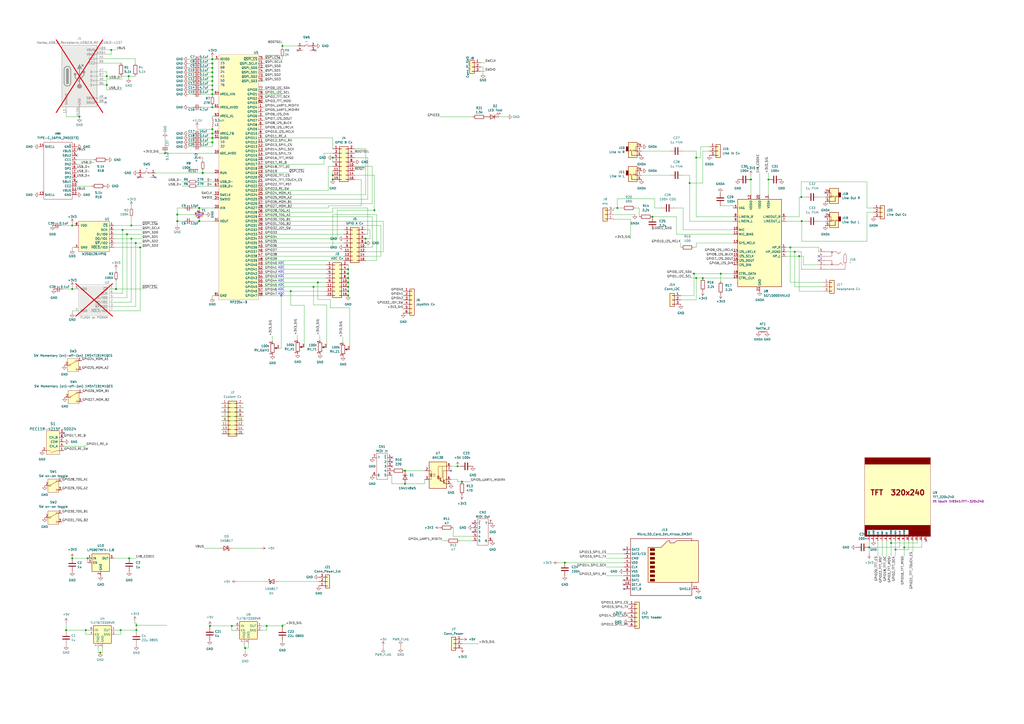
<source format=kicad_sch>
(kicad_sch (version 20231120) (generator "eeschema") (generator_version "8.0")
  (paper "A2")
  (title_block (title "MEML System Board") (rev "0.1"))
  (lib_symbols
    (symbol "+3V3_1" (power) (pin_numbers hide) (pin_names (offset 0) hide)
      (property "Value" "+3V3" (at 0 3.556 0))
      (symbol "+3V3_1_1_1"
        (pin power_in line (at 0 0 90) (length 0) (name "~") (number "1"))
      )
    )
    (symbol "+3V3_2" (power) (pin_numbers hide) (pin_names (offset 0) hide)
      (property "Value" "+3V3" (at 0 3.556 0))
      (symbol "+3V3_2_1_1"
        (pin power_in line (at 0 0 90) (length 0) (name "~") (number "1"))
      )
    )
    (symbol "+3V3_3" (power) (pin_numbers hide) (pin_names (offset 0) hide)
      (property "Value" "+3V3" (at 0 3.556 0))
      (symbol "+3V3_3_1_1"
        (pin power_in line (at 0 0 90) (length 0) (name "~") (number "1"))
      )
    )
    (symbol "+3V3_4" (power) (pin_numbers hide) (pin_names (offset 0) hide)
      (property "Value" "+3V3" (at 0 3.556 0))
      (symbol "+3V3_4_1_1"
        (pin power_in line (at 0 0 90) (length 0) (name "~") (number "1"))
      )
    )
    (symbol "+3V3_5" (power) (pin_numbers hide) (pin_names (offset 0) hide)
      (property "Value" "+3V3" (at 0 3.556 0))
      (symbol "+3V3_5_1_1"
        (pin power_in line (at 0 0 90) (length 0) (name "~") (number "1"))
      )
    )
    (symbol "+3V3_6" (power) (pin_numbers hide) (pin_names (offset 0) hide)
      (property "Value" "+3V3" (at 0 3.556 0))
      (symbol "+3V3_6_1_1"
        (pin power_in line (at 0 0 90) (length 0) (name "~") (number "1"))
      )
    )
    (symbol "+5V_1" (power) (pin_numbers hide) (pin_names (offset 0) hide)
      (property "Value" "+5V" (at 0 3.556 0))
      (symbol "+5V_1_1_1"
        (pin power_in line (at 0 0 90) (length 0) (name "~") (number "1"))
      )
    )
    (symbol "+5V_2" (power) (pin_numbers hide) (pin_names (offset 0) hide)
      (property "Value" "+5V" (at 0 3.556 0))
      (symbol "+5V_2_1_1"
        (pin power_in line (at 0 0 90) (length 0) (name "~") (number "1"))
      )
    )
    (symbol "Audio:SGTL5000XNLA3"
      (property "Reference" "U" (at 0 0 0))
      (property "Value" "SGTL5000XNLA3" (at -5.08 -27.94 0))
      (symbol "SGTL5000XNLA3_1_1"
        (pin output line (at 15.24 -2.54 180) (length 2.54) (name "HP_R") (number "1"))
        (pin input line (at -15.24 7.62 0) (length 2.54) (name "MIC") (number "10"))
        (pin input line (at -15.24 5.08 0) (length 2.54) (name "MIC_BIAS") (number "11"))
        (pin power_in line (at -5.08 27.94 270) (length 2.54) (name "VDDIO") (number "12"))
        (pin input line (at -15.24 0 0) (length 2.54) (name "SYS_MCLK") (number "13"))
        (pin input line (at -15.24 -5.08 0) (length 2.54) (name "I2S_LRCLK") (number "14"))
        (pin input line (at -15.24 -7.62 0) (length 2.54) (name "I2S_SCLK") (number "15"))
        (pin output line (at -15.24 -10.16 0) (length 2.54) (name "I2S_DOUT") (number "16"))
        (pin input line (at -15.24 -12.7 0) (length 2.54) (name "I2S_DIN") (number "17"))
        (pin input line (at -15.24 -17.78 0) (length 2.54) (name "CTRL_DATA") (number "18"))
        (pin input line (at -15.24 -20.32 0) (length 2.54) (name "CTRL_CLK") (number "19"))
        (pin power_out line (at 15.24 -5.08 180) (length 2.54) (name "HP_VGND") (number "2"))
        (pin power_in line (at 0 27.94 270) (length 2.54) (name "VDDD") (number "20"))
        (pin power_in line (at 0 -27.94 90) (length 2.54) (name "GND") (number "21"))
        (pin power_in line (at 5.08 27.94 270) (length 2.54) (name "VDDA") (number "3"))
        (pin output line (at 15.24 -7.62 180) (length 2.54) (name "HP_L") (number "4"))
        (pin passive line (at -15.24 20.32 0) (length 2.54) (name "VAG") (number "5"))
        (pin output line (at 15.24 15.24 180) (length 2.54) (name "LINEOUT_R") (number "6"))
        (pin output line (at 15.24 12.7 180) (length 2.54) (name "LINEOUT_L") (number "7"))
        (pin input line (at -15.24 15.24 0) (length 2.54) (name "LINEIN_R") (number "8"))
        (pin input line (at -15.24 12.7 0) (length 2.54) (name "LINEIN_L") (number "9"))
      )
    )
    (symbol "Connector:AudioJack2_SwitchT"
      (property "Reference" "J" (at 0 8.89 0))
      (property "Value" "AudioJack2_SwitchT" (at 0 6.35 0))
      (symbol "AudioJack2_SwitchT_1_1"
        (pin passive line (at 5.08 2.54 180) (length 2.54) (name "~") (number "S"))
        (pin passive line (at 5.08 0 180) (length 2.54) (name "~") (number "T"))
        (pin passive line (at 5.08 -2.54 180) (length 2.54) (name "~") (number "TN"))
      )
    )
    (symbol "Connector:Micro_SD_Card_Det_Hirose_DM3AT"
      (property "Reference" "J" (at -16.51 17.78 0))
      (property "Value" "Micro_SD_Card_Det_Hirose_DM3AT" (at 16.51 17.78 0))
      (symbol "Micro_SD_Card_Det_Hirose_DM3AT_1_1"
        (pin bidirectional line (at -22.86 10.16 0) (length 3.81) (name "DAT2") (number "1"))
        (pin passive line (at -22.86 -10.16 0) (length 3.81) (name "DET_A") (number "10"))
        (pin passive line (at 20.32 -12.7 180) (length 3.81) (name "SHIELD") (number "11"))
        (pin bidirectional line (at -22.86 7.62 0) (length 3.81) (name "DAT3/CD") (number "2"))
        (pin input line (at -22.86 5.08 0) (length 3.81) (name "CMD") (number "3"))
        (pin power_in line (at -22.86 2.54 0) (length 3.81) (name "VDD") (number "4"))
        (pin input line (at -22.86 0 0) (length 3.81) (name "CLK") (number "5"))
        (pin power_in line (at -22.86 -2.54 0) (length 3.81) (name "VSS") (number "6"))
        (pin bidirectional line (at -22.86 -5.08 0) (length 3.81) (name "DAT0") (number "7"))
        (pin bidirectional line (at -22.86 -7.62 0) (length 3.81) (name "DAT1") (number "8"))
        (pin passive line (at -22.86 -12.7 0) (length 3.81) (name "DET_B") (number "9"))
      )
    )
    (symbol "Connector_Generic:Conn_01x03" (pin_names (offset 1.016) hide)
      (property "Reference" "J" (at 0 5.08 0))
      (property "Value" "Conn_01x03" (at 0 -5.08 0))
      (symbol "Conn_01x03_1_1"
        (pin passive line (at -5.08 2.54 0) (length 3.81) (name "Pin_1") (number "1"))
        (pin passive line (at -5.08 0 0) (length 3.81) (name "Pin_2") (number "2"))
        (pin passive line (at -5.08 -2.54 0) (length 3.81) (name "Pin_3") (number "3"))
      )
    )
    (symbol "Connector_Generic:Conn_01x06" (pin_names (offset 1.016) hide)
      (property "Reference" "J" (at 0 7.62 0))
      (property "Value" "Conn_01x06" (at 0 -10.16 0))
      (symbol "Conn_01x06_1_1"
        (pin passive line (at -5.08 5.08 0) (length 3.81) (name "Pin_1") (number "1"))
        (pin passive line (at -5.08 2.54 0) (length 3.81) (name "Pin_2") (number "2"))
        (pin passive line (at -5.08 0 0) (length 3.81) (name "Pin_3") (number "3"))
        (pin passive line (at -5.08 -2.54 0) (length 3.81) (name "Pin_4") (number "4"))
        (pin passive line (at -5.08 -5.08 0) (length 3.81) (name "Pin_5") (number "5"))
        (pin passive line (at -5.08 -7.62 0) (length 3.81) (name "Pin_6") (number "6"))
      )
    )
    (symbol "Connector_Generic:Conn_02x08_Odd_Even" (pin_names (offset 1.016) hide)
      (property "Reference" "J" (at 1.27 10.16 0))
      (property "Value" "Conn_02x08_Odd_Even" (at 1.27 -12.7 0))
      (symbol "Conn_02x08_Odd_Even_1_1"
        (pin passive line (at -5.08 7.62 0) (length 3.81) (name "Pin_1") (number "1"))
        (pin passive line (at 7.62 -2.54 180) (length 3.81) (name "Pin_10") (number "10"))
        (pin passive line (at -5.08 -5.08 0) (length 3.81) (name "Pin_11") (number "11"))
        (pin passive line (at 7.62 -5.08 180) (length 3.81) (name "Pin_12") (number "12"))
        (pin passive line (at -5.08 -7.62 0) (length 3.81) (name "Pin_13") (number "13"))
        (pin passive line (at 7.62 -7.62 180) (length 3.81) (name "Pin_14") (number "14"))
        (pin passive line (at -5.08 -10.16 0) (length 3.81) (name "Pin_15") (number "15"))
        (pin passive line (at 7.62 -10.16 180) (length 3.81) (name "Pin_16") (number "16"))
        (pin passive line (at 7.62 7.62 180) (length 3.81) (name "Pin_2") (number "2"))
        (pin passive line (at -5.08 5.08 0) (length 3.81) (name "Pin_3") (number "3"))
        (pin passive line (at 7.62 5.08 180) (length 3.81) (name "Pin_4") (number "4"))
        (pin passive line (at -5.08 2.54 0) (length 3.81) (name "Pin_5") (number "5"))
        (pin passive line (at 7.62 2.54 180) (length 3.81) (name "Pin_6") (number "6"))
        (pin passive line (at -5.08 0 0) (length 3.81) (name "Pin_7") (number "7"))
        (pin passive line (at 7.62 0 180) (length 3.81) (name "Pin_8") (number "8"))
        (pin passive line (at -5.08 -2.54 0) (length 3.81) (name "Pin_9") (number "9"))
      )
    )
    (symbol "Device:C" (pin_numbers hide) (pin_names (offset 0.254))
      (property "Reference" "C" (at 0.635 2.54 0))
      (property "Value" "C" (at 0.635 -2.54 0))
      (symbol "C_1_1"
        (pin passive line (at 0 3.81 270) (length 2.794) (name "~") (number "1"))
        (pin passive line (at 0 -3.81 90) (length 2.794) (name "~") (number "2"))
      )
    )
    (symbol "Device:C_Small" (pin_numbers hide) (pin_names (offset 0.254) hide)
      (property "Reference" "C" (at 0.254 1.778 0))
      (property "Value" "C_Small" (at 0.254 -2.032 0))
      (symbol "C_Small_1_1"
        (pin passive line (at 0 2.54 270) (length 2.032) (name "~") (number "1"))
        (pin passive line (at 0 -2.54 90) (length 2.032) (name "~") (number "2"))
      )
    )
    (symbol "Device:Crystal_GND24_Small" (pin_names (offset 1.016) hide)
      (property "Reference" "Y" (at 1.27 4.445 0))
      (property "Value" "Crystal_GND24_Small" (at 1.27 2.54 0))
      (symbol "Crystal_GND24_Small_1_1"
        (pin passive line (at -2.54 0 0) (length 1.27) (name "1") (number "1"))
        (pin passive line (at 0 -2.54 90) (length 0.635) (name "2") (number "2"))
        (pin passive line (at 2.54 0 180) (length 1.27) (name "3") (number "3"))
        (pin passive line (at 0 2.54 270) (length 0.635) (name "4") (number "4"))
      )
    )
    (symbol "Device:LED" (pin_numbers hide) (pin_names (offset 1.016) hide)
      (property "Reference" "D" (at 0 2.54 0))
      (property "Value" "LED" (at 0 -2.54 0))
      (symbol "LED_1_1"
        (pin passive line (at -3.81 0 0) (length 2.54) (name "K") (number "1"))
        (pin passive line (at 3.81 0 180) (length 2.54) (name "A") (number "2"))
      )
    )
    (symbol "Device:L_Small" (pin_numbers hide) (pin_names (offset 0.254) hide)
      (property "Reference" "L" (at 0.762 1.016 0))
      (property "Value" "L_Small" (at 0.762 -1.016 0))
      (symbol "L_Small_1_1"
        (pin passive line (at 0 2.54 270) (length 0.508) (name "~") (number "1"))
        (pin passive line (at 0 -2.54 90) (length 0.508) (name "~") (number "2"))
      )
    )
    (symbol "Device:NetTie_2" (pin_numbers hide) (pin_names (offset 0) hide) (in_bom no)
      (property "Reference" "NT" (at 0 1.27 0))
      (property "Value" "NetTie_2" (at 0 -1.27 0))
      (symbol "NetTie_2_1_1"
        (pin passive line (at -2.54 0 0) (length 2.54) (name "1") (number "1"))
        (pin passive line (at 2.54 0 180) (length 2.54) (name "2") (number "2"))
      )
    )
    (symbol "Device:R" (pin_numbers hide) (pin_names (offset 0))
      (property "Reference" "R" (at 2.032 0 90))
      (property "Value" "R" (at 0 0 90))
      (symbol "R_1_1"
        (pin passive line (at 0 3.81 270) (length 1.27) (name "~") (number "1"))
        (pin passive line (at 0 -3.81 90) (length 1.27) (name "~") (number "2"))
      )
    )
    (symbol "Device:R_Potentiometer" (pin_names (offset 1.016) hide)
      (property "Reference" "RV" (at -4.445 0 90))
      (property "Value" "R_Potentiometer" (at -2.54 0 90))
      (symbol "R_Potentiometer_1_1"
        (pin passive line (at 0 3.81 270) (length 1.27) (name "1") (number "1"))
        (pin passive line (at 3.81 0 180) (length 1.27) (name "2") (number "2"))
        (pin passive line (at 0 -3.81 90) (length 1.27) (name "3") (number "3"))
      )
    )
    (symbol "Device:R_Small" (pin_numbers hide) (pin_names (offset 0.254) hide)
      (property "Reference" "R" (at 0.762 0.508 0))
      (property "Value" "R_Small" (at 0.762 -1.016 0))
      (symbol "R_Small_1_1"
        (pin passive line (at 0 2.54 270) (length 0.762) (name "~") (number "1"))
        (pin passive line (at 0 -2.54 90) (length 0.762) (name "~") (number "2"))
      )
    )
    (symbol "Diode:1N4148WS" (pin_numbers hide) (pin_names hide)
      (property "Reference" "D" (at 0 2.54 0))
      (property "Value" "1N4148WS" (at 0 -2.54 0))
      (symbol "1N4148WS_1_1"
        (pin passive line (at -3.81 0 0) (length 2.54) (name "K") (number "1"))
        (pin passive line (at 3.81 0 180) (length 2.54) (name "A") (number "2"))
      )
    )
    (symbol "Diode:1N5817" (pin_numbers hide) (pin_names (offset 1.016) hide)
      (property "Reference" "D" (at 0 2.54 0))
      (property "Value" "1N5817" (at 0 -2.54 0))
      (symbol "1N5817_1_1"
        (pin passive line (at -3.81 0 0) (length 2.54) (name "K") (number "1"))
        (pin passive line (at 3.81 0 180) (length 2.54) (name "A") (number "2"))
      )
    )
    (symbol "GND_1" (power) (pin_numbers hide) (pin_names (offset 0) hide)
      (property "Value" "GND" (at 0 -3.81 0))
      (symbol "GND_1_1_1"
        (pin power_in line (at 0 0 270) (length 0) (name "~") (number "1"))
      )
    )
    (symbol "GND_11" (power) (pin_numbers hide) (pin_names (offset 0) hide)
      (property "Value" "GND" (at 0 -3.81 0))
      (symbol "GND_11_1_1"
        (pin power_in line (at 0 0 270) (length 0) (name "~") (number "1"))
      )
    )
    (symbol "GND_12" (power) (pin_numbers hide) (pin_names (offset 0) hide)
      (property "Value" "GND" (at 0 -3.81 0))
      (symbol "GND_12_1_1"
        (pin power_in line (at 0 0 270) (length 0) (name "~") (number "1"))
      )
    )
    (symbol "GND_13" (power) (pin_numbers hide) (pin_names (offset 0) hide)
      (property "Value" "GND" (at 0 -3.81 0))
      (symbol "GND_13_1_1"
        (pin power_in line (at 0 0 270) (length 0) (name "~") (number "1"))
      )
    )
    (symbol "GND_14" (power) (pin_numbers hide) (pin_names (offset 0) hide)
      (property "Value" "GND" (at 0 -3.81 0))
      (symbol "GND_14_1_1"
        (pin power_in line (at 0 0 270) (length 0) (name "~") (number "1"))
      )
    )
    (symbol "GND_17" (power) (pin_numbers hide) (pin_names (offset 0) hide)
      (property "Value" "GND" (at 0 -3.81 0))
      (symbol "GND_17_1_1"
        (pin power_in line (at 0 0 270) (length 0) (name "~") (number "1"))
      )
    )
    (symbol "GND_18" (power) (pin_numbers hide) (pin_names (offset 0) hide)
      (property "Value" "GND" (at 0 -3.81 0))
      (symbol "GND_18_1_1"
        (pin power_in line (at 0 0 270) (length 0) (name "~") (number "1"))
      )
    )
    (symbol "GND_19" (power) (pin_numbers hide) (pin_names (offset 0) hide)
      (property "Value" "GND" (at 0 -3.81 0))
      (symbol "GND_19_1_1"
        (pin power_in line (at 0 0 270) (length 0) (name "~") (number "1"))
      )
    )
    (symbol "GND_2" (power) (pin_numbers hide) (pin_names (offset 0) hide)
      (property "Value" "GND" (at 0 -3.81 0))
      (symbol "GND_2_1_1"
        (pin power_in line (at 0 0 270) (length 0) (name "~") (number "1"))
      )
    )
    (symbol "GND_20" (power) (pin_numbers hide) (pin_names (offset 0) hide)
      (property "Value" "GND" (at 0 -3.81 0))
      (symbol "GND_20_1_1"
        (pin power_in line (at 0 0 270) (length 0) (name "~") (number "1"))
      )
    )
    (symbol "GND_24" (power) (pin_numbers hide) (pin_names (offset 0) hide)
      (property "Value" "GND" (at 0 -3.81 0))
      (symbol "GND_24_1_1"
        (pin power_in line (at 0 0 270) (length 0) (name "~") (number "1"))
      )
    )
    (symbol "GND_25" (power) (pin_numbers hide) (pin_names (offset 0) hide)
      (property "Value" "GND" (at 0 -3.81 0))
      (symbol "GND_25_1_1"
        (pin power_in line (at 0 0 270) (length 0) (name "~") (number "1"))
      )
    )
    (symbol "GND_26" (power) (pin_numbers hide) (pin_names (offset 0) hide)
      (property "Value" "GND" (at 0 -3.81 0))
      (symbol "GND_26_1_1"
        (pin power_in line (at 0 0 270) (length 0) (name "~") (number "1"))
      )
    )
    (symbol "GND_27" (power) (pin_numbers hide) (pin_names (offset 0) hide)
      (property "Value" "GND" (at 0 -3.81 0))
      (symbol "GND_27_1_1"
        (pin power_in line (at 0 0 270) (length 0) (name "~") (number "1"))
      )
    )
    (symbol "GND_28" (power) (pin_numbers hide) (pin_names (offset 0) hide)
      (property "Value" "GND" (at 0 -3.81 0))
      (symbol "GND_28_1_1"
        (pin power_in line (at 0 0 270) (length 0) (name "~") (number "1"))
      )
    )
    (symbol "GND_29" (power) (pin_numbers hide) (pin_names (offset 0) hide)
      (property "Value" "GND" (at 0 -3.81 0))
      (symbol "GND_29_1_1"
        (pin power_in line (at 0 0 270) (length 0) (name "~") (number "1"))
      )
    )
    (symbol "GND_3" (power) (pin_numbers hide) (pin_names (offset 0) hide)
      (property "Value" "GND" (at 0 -3.81 0))
      (symbol "GND_3_1_1"
        (pin power_in line (at 0 0 270) (length 0) (name "~") (number "1"))
      )
    )
    (symbol "GND_30" (power) (pin_numbers hide) (pin_names (offset 0) hide)
      (property "Value" "GND" (at 0 -3.81 0))
      (symbol "GND_30_1_1"
        (pin power_in line (at 0 0 270) (length 0) (name "~") (number "1"))
      )
    )
    (symbol "GND_31" (power) (pin_numbers hide) (pin_names (offset 0) hide)
      (property "Value" "GND" (at 0 -3.81 0))
      (symbol "GND_31_1_1"
        (pin power_in line (at 0 0 270) (length 0) (name "~") (number "1"))
      )
    )
    (symbol "GND_32" (power) (pin_numbers hide) (pin_names (offset 0) hide)
      (property "Value" "GND" (at 0 -3.81 0))
      (symbol "GND_32_1_1"
        (pin power_in line (at 0 0 270) (length 0) (name "~") (number "1"))
      )
    )
    (symbol "GND_33" (power) (pin_numbers hide) (pin_names (offset 0) hide)
      (property "Value" "GND" (at 0 -3.81 0))
      (symbol "GND_33_1_1"
        (pin power_in line (at 0 0 270) (length 0) (name "~") (number "1"))
      )
    )
    (symbol "GND_34" (power) (pin_numbers hide) (pin_names (offset 0) hide)
      (property "Value" "GND" (at 0 -3.81 0))
      (symbol "GND_34_1_1"
        (pin power_in line (at 0 0 270) (length 0) (name "~") (number "1"))
      )
    )
    (symbol "GND_4" (power) (pin_numbers hide) (pin_names (offset 0) hide)
      (property "Value" "GND" (at 0 -3.81 0))
      (symbol "GND_4_1_1"
        (pin power_in line (at 0 0 270) (length 0) (name "~") (number "1"))
      )
    )
    (symbol "GND_5" (power) (pin_numbers hide) (pin_names (offset 0) hide)
      (property "Value" "GND" (at 0 -3.81 0))
      (symbol "GND_5_1_1"
        (pin power_in line (at 0 0 270) (length 0) (name "~") (number "1"))
      )
    )
    (symbol "GND_6" (power) (pin_numbers hide) (pin_names (offset 0) hide)
      (property "Value" "GND" (at 0 -3.81 0))
      (symbol "GND_6_1_1"
        (pin power_in line (at 0 0 270) (length 0) (name "~") (number "1"))
      )
    )
    (symbol "GND_7" (power) (pin_numbers hide) (pin_names (offset 0) hide)
      (property "Value" "GND" (at 0 -3.81 0))
      (symbol "GND_7_1_1"
        (pin power_in line (at 0 0 270) (length 0) (name "~") (number "1"))
      )
    )
    (symbol "GND_8" (power) (pin_numbers hide) (pin_names (offset 0) hide)
      (property "Value" "GND" (at 0 -3.81 0))
      (symbol "GND_8_1_1"
        (pin power_in line (at 0 0 270) (length 0) (name "~") (number "1"))
      )
    )
    (symbol "GND_9" (power) (pin_numbers hide) (pin_names (offset 0) hide)
      (property "Value" "GND" (at 0 -3.81 0))
      (symbol "GND_9_1_1"
        (pin power_in line (at 0 0 270) (length 0) (name "~") (number "1"))
      )
    )
    (symbol "Isolator:6N138" (pin_names (offset 1.016) hide)
      (property "Reference" "U" (at -4.064 8.89 0))
      (property "Value" "6N138" (at 2.286 8.89 0))
      (symbol "6N138_1_1"
        (pin no_connect line (at -5.08 5.08 0) (length 2.54) hide (name "NC") (number "1"))
        (pin passive line (at -7.62 2.54 0) (length 2.54) (name "C1") (number "2"))
        (pin passive line (at -7.62 -2.54 0) (length 2.54) (name "C2") (number "3"))
        (pin no_connect line (at -5.08 -5.08 0) (length 2.54) hide (name "NC") (number "4"))
        (pin passive line (at 7.62 -5.08 180) (length 2.54) (name "GND") (number "5"))
        (pin passive line (at 7.62 -2.54 180) (length 2.54) (name "VO2") (number "6"))
        (pin passive line (at 7.62 2.54 180) (length 2.54) (name "VO1") (number "7"))
        (pin passive line (at 7.62 5.08 180) (length 2.54) (name "VCC") (number "8"))
      )
    )
    (symbol "MCU_RaspberryPi:RP235x-B"
      (property "Reference" "U5" (at 10.16 67.31 0))
      (property "Value" "RP235x-B" (at 0 -77.47 0))
      (symbol "RP235x-B_0_0"
        (pin bidirectional line (at 13.97 35.56 180) (length 2.54) (name "GPIO4") (number "1"))
        (pin passive line (at -13.97 17.78 0) (length 2.54) hide (name "DVDD") (number "10"))
        (pin bidirectional line (at 13.97 15.24 180) (length 2.54) (name "GPIO12") (number "11"))
        (pin bidirectional line (at 13.97 12.7 180) (length 2.54) (name "GPIO13") (number "12"))
        (pin bidirectional line (at 13.97 10.16 180) (length 2.54) (name "GPIO14") (number "13"))
        (pin bidirectional line (at 13.97 7.62 180) (length 2.54) (name "GPIO15") (number "14"))
        (pin bidirectional line (at 13.97 5.08 180) (length 2.54) (name "GPIO16") (number "16"))
        (pin bidirectional line (at 13.97 2.54 180) (length 2.54) (name "GPIO17") (number "17"))
        (pin bidirectional line (at 13.97 0 180) (length 2.54) (name "GPIO18") (number "18"))
        (pin bidirectional line (at 13.97 -2.54 180) (length 2.54) (name "GPIO19") (number "19"))
        (pin bidirectional line (at 13.97 33.02 180) (length 2.54) (name "GPIO5") (number "2"))
        (pin bidirectional line (at 13.97 -5.08 180) (length 2.54) (name "GPIO20") (number "20"))
        (pin bidirectional line (at 13.97 -7.62 180) (length 2.54) (name "GPIO21") (number "21"))
        (pin bidirectional line (at 13.97 -10.16 180) (length 2.54) (name "GPIO22") (number "22"))
        (pin bidirectional line (at 13.97 -12.7 180) (length 2.54) (name "GPIO23") (number "23"))
        (pin passive line (at -13.97 63.5 0) (length 2.54) hide (name "IOVDD") (number "24"))
        (pin bidirectional line (at 13.97 -15.24 180) (length 2.54) (name "GPIO24") (number "25"))
        (pin bidirectional line (at 13.97 -17.78 180) (length 2.54) (name "GPIO25") (number "26"))
        (pin bidirectional line (at 13.97 -20.32 180) (length 2.54) (name "GPIO26") (number "27"))
        (pin bidirectional line (at 13.97 -22.86 180) (length 2.54) (name "GPIO27") (number "28"))
        (pin passive line (at -13.97 63.5 0) (length 2.54) hide (name "IOVDD") (number "29"))
        (pin bidirectional line (at 13.97 30.48 180) (length 2.54) (name "GPIO6") (number "3"))
        (pin input line (at -13.97 -22.86 0) (length 2.54) (name "XIN") (number "30"))
        (pin output line (at -13.97 -30.48 0) (length 2.54) (name "XOUT") (number "31"))
        (pin passive line (at -13.97 17.78 0) (length 2.54) hide (name "DVDD") (number "32"))
        (pin input line (at -13.97 -15.24 0) (length 2.54) (name "SWCLK") (number "33"))
        (pin bidirectional line (at -13.97 -17.78 0) (length 2.54) (name "SWDIO") (number "34"))
        (pin input line (at -13.97 -2.54 0) (length 2.54) (name "RUN") (number "35"))
        (pin bidirectional line (at 13.97 -25.4 180) (length 2.54) (name "GPIO28") (number "36"))
        (pin bidirectional line (at 13.97 -27.94 180) (length 2.54) (name "GPIO29") (number "37"))
        (pin bidirectional line (at 13.97 -30.48 180) (length 2.54) (name "GPIO30") (number "38"))
        (pin bidirectional line (at 13.97 -33.02 180) (length 2.54) (name "GPIO31") (number "39"))
        (pin bidirectional line (at 13.97 27.94 180) (length 2.54) (name "GPIO7") (number "4"))
        (pin bidirectional line (at 13.97 -35.56 180) (length 2.54) (name "GPIO32") (number "40"))
        (pin passive line (at -13.97 63.5 0) (length 2.54) hide (name "IOVDD") (number "41"))
        (pin bidirectional line (at 13.97 -38.1 180) (length 2.54) (name "GPIO33") (number "42"))
        (pin bidirectional line (at 13.97 -40.64 180) (length 2.54) (name "GPIO34") (number "43"))
        (pin bidirectional line (at 13.97 -43.18 180) (length 2.54) (name "GPIO35") (number "44"))
        (pin bidirectional line (at 13.97 -45.72 180) (length 2.54) (name "GPIO36") (number "45"))
        (pin bidirectional line (at 13.97 -48.26 180) (length 2.54) (name "GPIO37") (number "46"))
        (pin bidirectional line (at 13.97 -50.8 180) (length 2.54) (name "GPIO38") (number "47"))
        (pin bidirectional line (at 13.97 -53.34 180) (length 2.54) (name "GPIO39") (number "48"))
        (pin bidirectional line (at 13.97 -55.88 180) (length 2.54) (name "GPIO40") (number "49"))
        (pin power_in line (at -13.97 63.5 0) (length 2.54) (name "IOVDD") (number "5"))
        (pin passive line (at -13.97 63.5 0) (length 2.54) hide (name "IOVDD") (number "50"))
        (pin input line (at -13.97 17.78 0) (length 2.54) (name "DVDD") (number "51"))
        (pin bidirectional line (at 13.97 -58.42 180) (length 2.54) (name "GPIO41") (number "52"))
        (pin bidirectional line (at 13.97 -60.96 180) (length 2.54) (name "GPIO42") (number "53"))
        (pin bidirectional line (at 13.97 -63.5 180) (length 2.54) (name "GPIO43") (number "54"))
        (pin bidirectional line (at 13.97 -66.04 180) (length 2.54) (name "GPIO44") (number "55"))
        (pin bidirectional line (at 13.97 -68.58 180) (length 2.54) (name "GPIO45") (number "56"))
        (pin bidirectional line (at 13.97 -71.12 180) (length 2.54) (name "GPIO46") (number "57"))
        (pin bidirectional line (at 13.97 -73.66 180) (length 2.54) (name "GPIO47") (number "58"))
        (pin bidirectional line (at 13.97 25.4 180) (length 2.54) (name "GPIO8") (number "6"))
        (pin passive line (at -13.97 63.5 0) (length 2.54) hide (name "IOVDD") (number "60"))
        (pin passive line (at -13.97 -73.66 0) (length 2.54) hide (name "GND") (number "62"))
        (pin power_out line (at -13.97 30.48 0) (length 2.54) (name "VREG_XL") (number "63"))
        (pin power_in line (at -13.97 43.18 0) (length 2.54) (name "VREG_VIN") (number "64"))
        (pin bidirectional line (at -13.97 -7.62 0) (length 2.54) (name "USB_D-") (number "66"))
        (pin bidirectional line (at -13.97 -10.16 0) (length 2.54) (name "USB_D+") (number "67"))
        (pin passive line (at -13.97 63.5 0) (length 2.54) hide (name "IOVDD") (number "68"))
        (pin passive line (at -13.97 63.5 0) (length 2.54) hide (name "IOVDD") (number "69"))
        (pin bidirectional line (at 13.97 22.86 180) (length 2.54) (name "GPIO9") (number "7"))
        (pin bidirectional line (at 13.97 50.8 180) (length 2.54) (name "QSPI_SD3") (number "70"))
        (pin output line (at 13.97 60.96 180) (length 2.54) (name "QSPI_SCLK") (number "71"))
        (pin bidirectional line (at 13.97 58.42 180) (length 2.54) (name "QSPI_SD0") (number "72"))
        (pin bidirectional line (at 13.97 53.34 180) (length 2.54) (name "QSPI_SD2") (number "73"))
        (pin bidirectional line (at 13.97 55.88 180) (length 2.54) (name "QSPI_SD1") (number "74"))
        (pin passive line (at -13.97 63.5 0) (length 2.54) hide (name "IOVDD") (number "76"))
        (pin bidirectional line (at 13.97 45.72 180) (length 2.54) (name "GPIO0") (number "77"))
        (pin bidirectional line (at 13.97 43.18 180) (length 2.54) (name "GPIO1") (number "78"))
        (pin bidirectional line (at 13.97 40.64 180) (length 2.54) (name "GPIO2") (number "79"))
        (pin bidirectional line (at 13.97 20.32 180) (length 2.54) (name "GPIO10") (number "8"))
        (pin bidirectional line (at 13.97 38.1 180) (length 2.54) (name "GPIO3") (number "80"))
        (pin power_in line (at -13.97 -73.66 0) (length 2.54) (name "GND") (number "81"))
        (pin bidirectional line (at 13.97 17.78 180) (length 2.54) (name "GPIO11") (number "9"))
      )
      (symbol "RP235x-B_1_0"
        (pin passive line (at -13.97 63.5 0) (length 2.54) hide (name "IOVDD") (number "15"))
        (pin input line (at -13.97 35.56 0) (length 2.54) (name "VREG_AVDD") (number "61"))
        (pin input line (at -13.97 20.32 0) (length 2.54) (name "VREG_FB") (number "65"))
        (pin input line (at 13.97 63.5 180) (length 2.54) (name "~{QSPI_CS}") (number "75"))
      )
      (symbol "RP235x-B_1_1"
        (pin power_in line (at -13.97 8.89 0) (length 2.54) (name "ADC_AVDD") (number "59"))
      )
    )
    (symbol "Memory_Flash_Extra:W25Q64JV" (pin_names (offset 1.016))
      (property "Reference" "U" (at 8.89 10.16 0))
      (property "Value" "W25Q64JV" (at 0 -10.16 0))
      (symbol "W25Q64JV_1_1"
        (pin input line (at 11.43 6.35 180) (length 2.54) (name "~{CS}") (number "1"))
        (pin bidirectional line (at 11.43 -1.27 180) (length 2.54) (name "DO/IO1") (number "2"))
        (pin bidirectional line (at 11.43 -3.81 180) (length 2.54) (name "~{WP}/IO2") (number "3"))
        (pin power_in line (at -11.43 -6.35 0) (length 2.54) (name "GND") (number "4"))
        (pin bidirectional line (at 11.43 1.27 180) (length 2.54) (name "DI/IO0") (number "5"))
        (pin input line (at 11.43 3.81 180) (length 2.54) (name "SCK") (number "6"))
        (pin bidirectional line (at 11.43 -6.35 180) (length 2.54) (name "~{HOLD}/IO3") (number "7"))
        (pin power_in line (at -11.43 6.35 0) (length 2.54) (name "VDD") (number "8"))
        (pin passive line (at -11.43 -6.35 0) (length 2.54) hide (name "GND") (number "9"))
      )
    )
    (symbol "Regulator_Linear:LP5907MFX-1.8"
      (property "Reference" "U" (at -3.81 6.35 0))
      (property "Value" "LP5907MFX-1.8" (at 6.35 6.35 0))
      (symbol "LP5907MFX-1.8_0_1"
        (pin power_in line (at -7.62 2.54 0) (length 2.54) (name "IN") (number "1"))
        (pin power_in line (at 0 -7.62 90) (length 2.54) (name "GND") (number "2"))
        (pin input line (at -7.62 0 0) (length 2.54) (name "EN") (number "3"))
        (pin no_connect line (at 5.08 0 180) (length 2.54) hide (name "NC") (number "4"))
        (pin power_out line (at 7.62 2.54 180) (length 2.54) (name "OUT") (number "5"))
      )
    )
    (symbol "Regulator_Linear:TLV76733DRVx"
      (property "Reference" "U" (at 0 8.89 0))
      (property "Value" "TLV76733DRVx" (at 0 6.35 0))
      (symbol "TLV76733DRVx_1_1"
        (pin power_out line (at 7.62 2.54 180) (length 2.54) (name "OUT") (number "1"))
        (pin input line (at 7.62 0 180) (length 2.54) (name "SNS") (number "2"))
        (pin power_in line (at 0 -7.62 90) (length 2.54) (name "GND") (number "3"))
        (pin input line (at -7.62 0 0) (length 2.54) (name "EN") (number "4"))
        (pin passive line (at 0 -7.62 90) (length 2.54) hide (name "GND") (number "5"))
        (pin power_in line (at -7.62 2.54 0) (length 2.54) (name "IN") (number "6"))
        (pin passive line (at -2.54 -7.62 90) (length 2.54) (name "PAD") (number "7"))
      )
    )
    (symbol "Switch:SW_SPDT" (pin_names (offset 0) hide)
      (property "Reference" "SW" (at 0 5.08 0))
      (property "Value" "SW_SPDT" (at 0 -5.08 0))
      (symbol "SW_SPDT_1_1"
        (pin passive line (at 5.08 2.54 180) (length 2.54) (name "A") (number "1"))
        (pin passive line (at -5.08 0 0) (length 2.54) (name "B") (number "2"))
        (pin passive line (at 5.08 -2.54 180) (length 2.54) (name "C") (number "3"))
      )
    )
    (symbol "W25Q64JV_1" (pin_names (offset 1.016))
      (property "Reference" "U2" (at 8.89 10.16 0))
      (property "Value" "FLASH or PSRAM" (at 0 -10.16 0))
      (symbol "W25Q64JV_1_1_1"
        (pin input line (at 11.43 6.35 180) (length 2.54) (name "~{CS}") (number "1"))
        (pin bidirectional line (at 11.43 -1.27 180) (length 2.54) (name "DO/IO1") (number "2"))
        (pin bidirectional line (at 11.43 -3.81 180) (length 2.54) (name "~{WP}/IO2") (number "3"))
        (pin power_in line (at -11.43 -6.35 0) (length 2.54) (name "GND") (number "4"))
        (pin bidirectional line (at 11.43 1.27 180) (length 2.54) (name "DI/IO0") (number "5"))
        (pin input line (at 11.43 3.81 180) (length 2.54) (name "SCK") (number "6"))
        (pin bidirectional line (at 11.43 -6.35 180) (length 2.54) (name "~{HOLD}/IO3") (number "7"))
        (pin power_in line (at -11.43 6.35 0) (length 2.54) (name "VDD") (number "8"))
      )
    )
    (symbol "dk_Encoders:PEC11R-4215F-S0024" (pin_names (offset 1.016))
      (property "Reference" "S" (at -1.27 5.715 0))
      (property "Value" "PEC11R-4215F-S0024" (at -1.27 -9.906 0))
      (symbol "PEC11R-4215F-S0024_1_1"
        (pin bidirectional line (at -7.62 2.54 0) (length 2.54) (name "~") (number "1"))
        (pin bidirectional line (at 5.08 2.54 180) (length 2.54) (name "~") (number "2"))
        (pin unspecified line (at -7.62 -7.62 0) (length 2.54) (name "~") (number "3"))
        (pin bidirectional line (at -7.62 0 0) (length 2.54) (name "CH_A") (number "A"))
        (pin bidirectional line (at -7.62 -5.08 0) (length 2.54) (name "CH_B") (number "B"))
        (pin input line (at -7.62 -2.54 0) (length 2.54) (name "COM") (number "C"))
      )
    )
    (symbol "emutelab:DIN-504B-M10"
      (property "Reference" "CN" (at 0 0 0))
      (symbol "DIN-504B-M10_1_0"
        (pin unspecified line (at -6.35 5.08 0) (length 2.54) (name "1") (number "1"))
        (pin unspecified line (at -6.35 2.54 0) (length 2.54) (name "2") (number "2"))
        (pin unspecified line (at -6.35 0 0) (length 2.54) (name "3") (number "3"))
        (pin unspecified line (at -6.35 -2.54 0) (length 2.54) (name "4") (number "4"))
        (pin unspecified line (at -6.35 -5.08 0) (length 2.54) (name "5") (number "5"))
        (pin unspecified line (at 5.08 -5.08 180) (length 2.54) (name "6") (number "6"))
        (pin unspecified line (at 5.08 5.08 180) (length 2.54) (name "7") (number "7"))
      )
    )
    (symbol "emutelab:Hanbo_USB_C_Receptacle_USB2.0_MC-110LD-L137" (pin_names (offset 1.016))
      (property "Reference" "J" (at -10.16 19.05 0))
      (property "Value" "Hanbo_USB_C_Receptacle_USB2.0_MC-110LD-L137" (at 25.4 24.13 0))
      (symbol "Hanbo_USB_C_Receptacle_USB2.0_MC-110LD-L137_1_1"
        (pin passive line (at -7.62 -22.86 90) (length 5.08) (name "SHIELD") (number "13"))
        (pin passive line (at 0 -22.86 90) (length 5.08) (name "GND") (number "A12B1"))
        (pin passive line (at 0 -22.86 90) (length 5.08) hide (name "GND") (number "A1B12"))
        (pin passive line (at 15.24 15.24 180) (length 5.08) (name "VBUS") (number "A4B9"))
        (pin bidirectional line (at 15.24 10.16 180) (length 5.08) (name "CC1") (number "A5"))
        (pin bidirectional line (at 15.24 -2.54 180) (length 5.08) (name "D+") (number "A6"))
        (pin bidirectional line (at 15.24 2.54 180) (length 5.08) (name "D-") (number "A7"))
        (pin bidirectional line (at 15.24 -12.7 180) (length 5.08) (name "SBU1") (number "A8"))
        (pin passive line (at 15.24 12.7 180) (length 5.08) (name "VBUS") (number "A9B4"))
        (pin bidirectional line (at 15.24 7.62 180) (length 5.08) (name "CC2") (number "B5"))
        (pin bidirectional line (at 15.24 -5.08 180) (length 5.08) (name "D+") (number "B6"))
        (pin bidirectional line (at 15.24 0 180) (length 5.08) (name "D-") (number "B7"))
        (pin bidirectional line (at 15.24 -15.24 180) (length 5.08) (name "SBU2") (number "B8"))
      )
    )
    (symbol "emutelab:K2-1102AQ-C4CW-01"
      (property "Reference" "SW" (at 0 0 0))
      (symbol "K2-1102AQ-C4CW-01_1_0"
        (pin input line (at -5.08 1.27 0) (length 2.54) (name "1") (number "1"))
        (pin input line (at 5.08 1.27 180) (length 2.54) (name "2") (number "2"))
        (pin input line (at 5.08 -1.27 180) (length 2.54) (name "3") (number "3"))
        (pin input line (at -5.08 -1.27 0) (length 2.54) (name "4") (number "4"))
      )
    )
    (symbol "emutelab:PJ-325M/3.5MM"
      (property "Reference" "J" (at 0 0 0))
      (symbol "PJ-325M/3.5MM_1_0"
        (pin input line (at 7.62 5.08 180) (length 2.54) (name "1") (number "1"))
        (pin input line (at 7.62 0 180) (length 2.54) (name "2") (number "2"))
        (pin input line (at 7.62 2.54 180) (length 2.54) (name "3") (number "3"))
        (pin input line (at 7.62 -2.54 180) (length 2.54) (name "4") (number "4"))
        (pin input line (at 7.62 -5.08 180) (length 2.54) (name "5") (number "5"))
      )
    )
    (symbol "emutelab:TYPE-C_16PIN_2MD(073)"
      (property "Reference" "USB2" (at -8.89 16.51 0))
      (property "Value" "TYPE-C_16PIN_2MD(073)" (at -8.89 -19.05 0))
      (symbol "TYPE-C_16PIN_2MD(073)_1_0"
        (pin input line (at -11.43 13.97 0) (length 2.54) (name "GND") (number "1"))
        (pin input line (at -11.43 -8.89 0) (length 2.54) (name "CC2") (number "10"))
        (pin input line (at -11.43 -11.43 0) (length 2.54) (name "VBUS") (number "11"))
        (pin input line (at -11.43 -13.97 0) (length 2.54) (name "GND") (number "12"))
        (pin input line (at 10.16 -13.97 180) (length 2.54) (name "SHELL") (number "13"))
        (pin input line (at 10.16 13.97 180) (length 2.54) (name "SHELL") (number "14"))
        (pin input line (at -11.43 11.43 0) (length 2.54) (name "VBUS") (number "2"))
        (pin input line (at -11.43 8.89 0) (length 2.54) (name "SBU2") (number "3"))
        (pin input line (at -11.43 6.35 0) (length 2.54) (name "CC1") (number "4"))
        (pin input line (at -11.43 3.81 0) (length 2.54) (name "DN2") (number "5"))
        (pin input line (at -11.43 1.27 0) (length 2.54) (name "DP1") (number "6"))
        (pin input line (at -11.43 -1.27 0) (length 2.54) (name "DN1") (number "7"))
        (pin input line (at -11.43 -3.81 0) (length 2.54) (name "DP2") (number "8"))
        (pin input line (at -11.43 -6.35 0) (length 2.54) (name "SBU1") (number "9"))
      )
    )
    (symbol "power:+1V1" (power) (pin_numbers hide) (pin_names (offset 0) hide)
      (property "Value" "+1V1" (at 0 3.556 0))
      (symbol "+1V1_1_1"
        (pin power_in line (at 0 0 90) (length 0) (name "~") (number "1"))
      )
    )
    (symbol "power:+3.3V" (power) (pin_names (offset 0))
      (property "Value" "+3.3V" (at 0 3.556 0))
      (symbol "+3.3V_1_1"
        (pin power_in line (at 0 0 90) (length 0) hide (name "+3V3") (number "1"))
      )
    )
    (symbol "power:+3V3" (power) (pin_names (offset 0))
      (property "Value" "+3V3" (at 0 3.556 0))
      (symbol "+3V3_1_1"
        (pin power_in line (at 0 0 90) (length 0) hide (name "+3V3") (number "1"))
      )
    )
    (symbol "power:+5V" (power) (pin_names (offset 0))
      (property "Value" "+5V" (at 0 3.556 0))
      (symbol "+5V_1_1"
        (pin power_in line (at 0 0 90) (length 0) hide (name "+5V") (number "1"))
      )
    )
    (symbol "power:GND" (power) (pin_names (offset 0))
      (property "Value" "GND" (at 0 -3.81 0))
      (symbol "GND_1_1"
        (pin power_in line (at 0 0 270) (length 0) hide (name "GND") (number "1"))
      )
    )
    (symbol "power:GNDA" (power) (pin_numbers hide) (pin_names (offset 0) hide)
      (property "Value" "GNDA" (at 0 -3.81 0))
      (symbol "GNDA_1_1"
        (pin power_in line (at 0 0 270) (length 0) (name "~") (number "1"))
      )
    )
    (symbol "power:PWR_FLAG" (power) (pin_numbers hide) (pin_names (offset 0) hide)
      (property "Value" "PWR_FLAG" (at 0 3.81 0))
      (symbol "PWR_FLAG_0_0"
        (pin power_out line (at 0 0 90) (length 0) (name "pwr") (number "1"))
      )
    )
    (symbol "tft_320x240:TFT_320x240" (pin_names (offset 1.016))
      (property "Reference" "U?" (at 20.32 25.4001 0))
      (property "Value" "TFT_320x240" (at 20.32 22.8601 0))
      (property "Footprint" "z_Devices:TFT-320x240" (at 20.32 20.3201 0))
      (symbol "TFT_320x240_0_0"
        (text "TFT  320x240" (at 0 25.4 0) (effects (font (size 2.9972 2.9972) (bold yes))))
      )
      (symbol "TFT_320x240_1_1"
        (pin power_in line (at -16.51 -2.54 90) (length 2.54) (name "VCC") (number "1"))
        (pin bidirectional line (at 6.35 -2.54 90) (length 2.54) (name "~") (number "10"))
        (pin bidirectional line (at 8.89 -2.54 90) (length 2.54) (name "~") (number "11"))
        (pin bidirectional line (at 11.43 -2.54 90) (length 2.54) (name "~") (number "12"))
        (pin bidirectional line (at 13.97 -2.54 90) (length 2.54) (name "~") (number "13"))
        (pin bidirectional line (at 16.51 -2.54 90) (length 2.54) (name "~") (number "14"))
        (pin bidirectional line (at -13.97 -2.54 90) (length 2.54) (name "GND") (number "2"))
        (pin bidirectional line (at -11.43 -2.54 90) (length 2.54) (name "CS") (number "3"))
        (pin bidirectional line (at -8.89 -2.54 90) (length 2.54) (name "RST") (number "4"))
        (pin bidirectional line (at -6.35 -2.54 90) (length 2.54) (name "DC") (number "5"))
        (pin bidirectional line (at -3.81 -2.54 90) (length 2.54) (name "MOSI") (number "6"))
        (pin bidirectional line (at -1.27 -2.54 90) (length 2.54) (name "SCK") (number "7"))
        (pin power_in line (at 1.27 -2.54 90) (length 2.54) (name "LED") (number "8"))
        (pin bidirectional line (at 3.81 -2.54 90) (length 2.54) (name "MISO") (number "9"))
      )
    )
  )
  (junction (at 403.86 91.44))
  (junction (at 181.864 166.37))
  (junction (at 123.19 36.83) (diameter 1.016))
  (junction (at 201.93 163.83))
  (junction (at 81.28 143.51))
  (junction (at 123.19 52.07))
  (junction (at 234.95 280.67))
  (junction (at 123.19 82.55) (diameter 1.016))
  (junction (at 73.66 135.89))
  (junction (at 163.195 171.45))
  (junction (at 519.43 318.77))
  (junction (at 61.976 44.196))
  (junction (at 123.19 49.53))
  (junction (at 193.04 91.44))
  (junction (at 115.57 128.27) (diameter 1.016))
  (junction (at 407.67 161.29))
  (junction (at 123.19 34.29) (diameter 1.016))
  (junction (at 193.04 104.14))
  (junction (at 123.19 41.91) (diameter 1.016))
  (junction (at 378.46 125.73))
  (junction (at 193.04 101.6))
  (junction (at 234.95 273.05))
  (junction (at 201.93 156.21))
  (junction (at 201.93 158.75))
  (junction (at 64.516 28.956))
  (junction (at 168.656 168.91))
  (junction (at 102.87 124.46) (diameter 1.016))
  (junction (at 142.24 375.92))
  (junction (at 201.93 171.45))
  (junction (at 201.93 166.37))
  (junction (at 201.93 161.29))
  (junction (at 123.19 39.37))
  (junction (at 461.01 146.05))
  (junction (at 445.77 104.14))
  (junction (at 46.101 67.691))
  (junction (at 78.74 140.97))
  (junction (at 267.97 279.4))
  (junction (at 74.93 323.85))
  (junction (at 463.55 148.59))
  (junction (at 358.14 120.65))
  (junction (at 212.09 138.43))
  (junction (at 95.758 88.9))
  (junction (at 123.19 80.01) (diameter 1.016))
  (junction (at 71.12 133.35))
  (junction (at 67.31 167.64) (diameter 1.016))
  (junction (at 465.074 128.27))
  (junction (at 201.93 168.91))
  (junction (at 123.19 46.99))
  (junction (at 76.2 130.81))
  (junction (at 123.19 77.47))
  (junction (at 217.17 121.92))
  (junction (at 123.19 74.93))
  (junction (at 504.19 317.5))
  (junction (at 115.57 120.65) (diameter 1.016))
  (junction (at 123.19 62.23))
  (junction (at 184.404 163.83))
  (junction (at 102.87 128.27) (diameter 1.016))
  (junction (at 163.83 363.093))
  (junction (at 524.51 317.5))
  (junction (at 79.121 365.506))
  (junction (at 327.66 326.39))
  (junction (at 400.05 106.172))
  (junction (at 117.602 100.33) (diameter 1.016))
  (junction (at 121.793 363.093))
  (junction (at 418.084 158.75))
  (junction (at 458.47 143.51))
  (junction (at 123.19 54.61))
  (junction (at 69.977 365.506))
  (junction (at 163.83 26.67))
  (junction (at 41.91 130.81))
  (junction (at 516.89 314.96))
  (junction (at 134.493 363.093))
  (junction (at 402.59 158.75))
  (junction (at 49.784 365.506))
  (junction (at 435.61 104.14))
  (junction (at 41.91 167.64))
  (junction (at 61.976 49.276))
  (junction (at 79.121 362.712))
  (junction (at 464.82 114.3))
  (junction (at 50.8 323.85))
  (junction (at 58.166 378.587))
  (junction (at 154.686 363.093))
  (junction (at 403.86 161.29))
  (junction (at 212.09 140.97))
  (junction (at 74.676 44.196))
  (junction (at 41.91 323.85))
  (junction (at 123.19 44.45))
  (junction (at 76.2 138.43))
  (junction (at 265.43 270.51))
  (junction (at 38.354 365.506))
  (no_connect (at 478.79 125.73))
  (no_connect (at 537.21 313.69))
  (no_connect (at 61.341 59.436))
  (no_connect (at 182.88 29.21))
  (no_connect (at 361.95 341.63))
  (no_connect (at 274.32 308.61))
  (no_connect (at 172.72 29.21))
  (no_connect (at 227.33 270.51))
  (no_connect (at 37.084 251.206))
  (no_connect (at 61.341 56.896))
  (no_connect (at 274.32 303.53))
  (no_connect (at 361.95 318.77))
  (no_connect (at 478.79 111.76))
  (no_connect (at 47.879 37.973))
  (no_connect (at 80.01 102.87))
  (no_connect (at 361.95 339.09))
  (no_connect (at 474.98 151.13))
  (no_connect (at 227.33 265.43))
  (no_connect (at 361.95 336.55))
  (no_connect (at 90.17 102.87))
  (no_connect (at 261.62 273.05))
  (no_connect (at 474.98 148.59))
  (no_connect (at 44.45 105.41))
  (no_connect (at 227.33 267.97))
  (no_connect (at 44.45 90.17))
  (wire (pts (xy 217.17 121.92) (xy 217.17 101.6)))
  (wire (pts (xy 193.04 120.65) (xy 213.36 120.65)))
  (wire (pts (xy 61.976 52.07) (xy 70.866 52.07)))
  (wire (pts (xy 66.04 175.26) (xy 76.2 175.26)))
  (wire (pts (xy 403.86 87.63) (xy 403.86 91.44)))
  (wire (pts (xy 152.4 67.31) (xy 153.67 67.31)))
  (wire (pts (xy 218.44 124.46) (xy 218.44 151.13)))
  (wire (pts (xy 36.322 167.64) (xy 41.91 167.64)))
  (wire (pts (xy 193.04 99.06) (xy 193.04 101.6)))
  (wire (pts (xy 76.2 119.38) (xy 76.2 120.65)))
  (wire (pts (xy 71.12 133.35) (xy 71.12 170.18)))
  (wire (pts (xy 109.22 85.09) (xy 111.76 85.09)))
  (wire (pts (xy 123.19 115.57) (xy 124.46 115.57)))
  (wire (pts (xy 168.656 168.91) (xy 189.23 168.91)))
  (wire (pts (xy 121.793 363.474) (xy 121.793 363.093)))
  (wire (pts (xy 41.91 167.64) (xy 41.91 166.37)))
  (wire (pts (xy 66.04 135.89) (xy 73.66 135.89)))
  (wire (pts (xy 504.19 317.5) (xy 504.19 313.69)))
  (wire (pts (xy 123.19 34.29) (xy 124.46 34.29)))
  (wire (pts (xy 403.86 91.44) (xy 403.86 125.73)))
  (wire (pts (xy 198.755 198.882) (xy 199.009 198.882)))
  (wire (pts (xy 123.19 39.37) (xy 123.19 41.91)))
  (wire (pts (xy 102.87 128.27) (xy 102.87 130.81)))
  (wire (pts (xy 109.22 41.91) (xy 111.76 41.91)))
  (wire (pts (xy 154.686 365.633) (xy 154.686 363.093)))
  (wire (pts (xy 514.35 322.58) (xy 514.35 313.69)))
  (wire (pts (xy 116.84 44.45) (xy 123.19 44.45)))
  (wire (pts (xy 49.276 258.826) (xy 37.084 258.826)))
  (wire (pts (xy 76.2 130.81) (xy 76.2 125.73)))
  (wire (pts (xy 152.4 34.29) (xy 163.83 34.29)))
  (wire (pts (xy 406.4 91.44) (xy 406.4 85.09)))
  (wire (pts (xy 152.4 97.79) (xy 153.67 97.79)))
  (wire (pts (xy 372.11 87.63) (xy 388.62 87.63)))
  (wire (pts (xy 123.19 73.66) (xy 123.19 74.93)))
  (wire (pts (xy 440.69 100.33) (xy 440.69 113.03)))
  (wire (pts (xy 123.19 54.61) (xy 123.19 55.88)))
  (wire (pts (xy 66.04 133.35) (xy 71.12 133.35)))
  (wire (pts (xy 128.524 241.554) (xy 141.224 241.554)))
  (wire (pts (xy 128.524 246.634) (xy 141.224 246.634)))
  (wire (pts (xy 109.22 80.01) (xy 111.76 80.01)))
  (wire (pts (xy 458.47 143.51) (xy 474.98 143.51)))
  (wire (pts (xy 464.82 114.3) (xy 467.36 114.3)))
  (wire (pts (xy 465.074 139.954) (xy 465.074 128.27)))
  (wire (pts (xy 41.91 180.34) (xy 41.91 181.61)))
  (wire (pts (xy 163.195 171.45) (xy 189.23 171.45)))
  (wire (pts (xy 176.53 201.295) (xy 176.53 177.165)))
  (wire (pts (xy 255.016 67.818) (xy 274.193 67.818)))
  (wire (pts (xy 403.86 173.99) (xy 394.97 173.99)))
  (wire (pts (xy 152.4 143.51) (xy 193.04 143.51)))
  (wire (pts (xy 504.19 317.5) (xy 521.97 317.5)))
  (wire (pts (xy 152.4 100.33) (xy 167.64 100.33)))
  (wire (pts (xy 209.55 119.38) (xy 209.55 104.14)))
  (wire (pts (xy 527.05 318.77) (xy 527.05 313.69)))
  (wire (pts (xy 519.43 318.77) (xy 519.43 313.69)))
  (wire (pts (xy 394.97 171.45) (xy 402.59 171.45)))
  (wire (pts (xy 217.17 123.19) (xy 217.17 121.92)))
  (wire (pts (xy 215.9 118.11) (xy 215.9 96.52)))
  (wire (pts (xy 265.43 279.4) (xy 265.43 278.13)))
  (wire (pts (xy 123.19 171.45) (xy 123.19 172.72)))
  (wire (pts (xy 79.121 365.506) (xy 79.121 366.268)))
  (wire (pts (xy 195.58 138.43) (xy 195.58 121.92)))
  (wire (pts (xy 201.93 161.29) (xy 201.93 163.83)))
  (wire (pts (xy 418.084 158.75) (xy 425.45 158.75)))
  (wire (pts (xy 187.96 88.9) (xy 193.04 88.9)))
  (wire (pts (xy 351.79 323.85) (xy 361.95 323.85)))
  (wire (pts (xy 61.976 45.847) (xy 71.12 45.847)))
  (wire (pts (xy 66.04 167.64) (xy 67.31 167.64)))
  (wire (pts (xy 519.43 322.58) (xy 519.43 318.77)))
  (wire (pts (xy 61.341 36.576) (xy 70.231 36.576)))
  (wire (pts (xy 102.87 124.46) (xy 102.87 128.27)))
  (wire (pts (xy 109.22 49.53) (xy 111.76 49.53)))
  (wire (pts (xy 123.19 36.83) (xy 123.19 39.37)))
  (wire (pts (xy 396.24 87.63) (xy 403.86 87.63)))
  (wire (pts (xy 461.01 166.37) (xy 477.52 166.37)))
  (wire (pts (xy 82.55 167.64) (xy 67.31 167.64)))
  (wire (pts (xy 351.79 334.01) (xy 361.95 334.01)))
  (wire (pts (xy 193.04 101.6) (xy 193.04 104.14)))
  (wire (pts (xy 234.95 273.05) (xy 246.38 273.05)))
  (wire (pts (xy 191.516 173.736) (xy 184.404 173.736)))
  (wire (pts (xy 123.19 67.31) (xy 123.19 68.58)))
  (wire (pts (xy 152.4 54.61) (xy 163.83 54.61)))
  (wire (pts (xy 406.4 91.44) (xy 403.86 91.44)))
  (wire (pts (xy 116.84 34.29) (xy 123.19 34.29)))
  (wire (pts (xy 152.4 59.69) (xy 153.67 59.69)))
  (wire (pts (xy 61.976 44.196) (xy 61.341 44.196)))
  (wire (pts (xy 41.91 167.64) (xy 43.18 167.64)))
  (wire (pts (xy 402.59 158.75) (xy 418.084 158.75)))
  (wire (pts (xy 212.09 86.36) (xy 205.74 86.36)))
  (wire (pts (xy 521.97 317.5) (xy 521.97 313.69)))
  (wire (pts (xy 117.602 91.44) (xy 117.602 93.472)))
  (wire (pts (xy 105.41 105.41) (xy 109.22 105.41)))
  (wire (pts (xy 458.47 143.51) (xy 458.47 163.83)))
  (wire (pts (xy 116.84 85.09) (xy 123.19 85.09)))
  (wire (pts (xy 95.758 88.9) (xy 124.46 88.9)))
  (wire (pts (xy 124.46 171.45) (xy 123.19 171.45)))
  (wire (pts (xy 417.83 119.38) (xy 425.45 119.38)))
  (wire (pts (xy 504.19 321.31) (xy 504.19 317.5)))
  (wire (pts (xy 163.195 201.93) (xy 163.195 171.45)))
  (wire (pts (xy 61.976 46.736) (xy 61.976 49.276)))
  (wire (pts (xy 43.18 130.81) (xy 41.91 130.81)))
  (wire (pts (xy 49.276 258.572) (xy 49.276 258.826)))
  (wire (pts (xy 213.36 135.89) (xy 212.09 135.89)))
  (wire (pts (xy 49.784 368.046) (xy 49.784 365.506)))
  (wire (pts (xy 168.656 177.165) (xy 168.656 168.91)))
  (wire (pts (xy 152.4 110.49) (xy 190.5 110.49)))
  (wire (pts (xy 109.22 44.45) (xy 111.76 44.45)))
  (wire (pts (xy 262.89 311.15) (xy 262.89 306.07)))
  (wire (pts (xy 78.74 140.97) (xy 78.74 177.8)))
  (wire (pts (xy 152.4 151.13) (xy 199.39 151.13)))
  (wire (pts (xy 212.09 113.03) (xy 212.09 86.36)))
  (wire (pts (xy 402.59 171.45) (xy 402.59 158.75)))
  (wire (pts (xy 117.602 100.33) (xy 117.602 98.552)))
  (wire (pts (xy 455.93 148.59) (xy 463.55 148.59)))
  (wire (pts (xy 212.09 151.13) (xy 218.44 151.13)))
  (wire (pts (xy 509.27 313.69) (xy 509.27 322.58)))
  (wire (pts (xy 69.977 368.046) (xy 69.977 365.506)))
  (wire (pts (xy 172.466 197.485) (xy 172.72 197.485)))
  (wire (pts (xy 190.5 96.52) (xy 193.04 96.52)))
  (wire (pts (xy 56.896 375.666) (xy 56.896 378.587)))
  (wire (pts (xy 227.33 275.59) (xy 227.33 280.67)))
  (wire (pts (xy 123.19 44.45) (xy 123.19 46.99)))
  (wire (pts (xy 214.63 138.43) (xy 212.09 138.43)))
  (wire (pts (xy 78.232 360.172) (xy 78.232 361.442)))
  (wire (pts (xy 222.25 374.65) (xy 222.25 375.92)))
  (wire (pts (xy 128.524 233.934) (xy 141.224 233.934)))
  (wire (pts (xy 116.84 41.91) (xy 123.19 41.91)))
  (wire (pts (xy 152.4 115.57) (xy 213.36 115.57)))
  (wire (pts (xy 474.98 128.27) (xy 478.79 128.27)))
  (wire (pts (xy 358.14 115.316) (xy 358.14 120.65)))
  (wire (pts (xy 35.56 130.81) (xy 41.91 130.81)))
  (wire (pts (xy 278.892 36.322) (xy 281.432 36.322)))
  (wire (pts (xy 152.4 113.03) (xy 212.09 113.03)))
  (wire (pts (xy 193.04 91.44) (xy 193.04 93.98)))
  (wire (pts (xy 261.62 270.51) (xy 265.43 270.51)))
  (wire (pts (xy 392.43 135.89) (xy 425.45 135.89)))
  (wire (pts (xy 70.231 44.196) (xy 74.676 44.196)))
  (wire (pts (xy 392.43 125.73) (xy 392.43 135.89)))
  (wire (pts (xy 161.544 337.312) (xy 184.912 337.312)))
  (wire (pts (xy 53.34 107.95) (xy 44.45 107.95)))
  (wire (pts (xy 181.864 176.911) (xy 189.484 176.911)))
  (wire (pts (xy 163.83 362.458) (xy 163.83 363.093)))
  (wire (pts (xy 113.03 124.46) (xy 102.87 124.46)))
  (wire (pts (xy 61.976 41.656) (xy 61.341 41.656)))
  (wire (pts (xy 123.19 34.29) (xy 123.19 36.83)))
  (wire (pts (xy 358.14 120.65) (xy 360.934 120.65)))
  (wire (pts (xy 402.59 143.51) (xy 403.86 143.51)))
  (wire (pts (xy 289.433 67.818) (xy 294.259 67.818)))
  (wire (pts (xy 102.87 120.65) (xy 102.87 124.46)))
  (wire (pts (xy 465.074 139.954) (xy 502.92 139.954)))
  (wire (pts (xy 152.4 130.81) (xy 220.98 130.81)))
  (wire (pts (xy 114.3 107.95) (xy 124.46 107.95)))
  (wire (pts (xy 128.524 244.094) (xy 141.224 244.094)))
  (wire (pts (xy 209.55 104.14) (xy 205.74 104.14)))
  (wire (pts (xy 502.92 123.19) (xy 506.73 123.19)))
  (wire (pts (xy 152.4 85.09) (xy 153.67 85.09)))
  (wire (pts (xy 66.04 143.51) (xy 81.28 143.51)))
  (wire (pts (xy 181.864 166.37) (xy 189.23 166.37)))
  (wire (pts (xy 425.45 125.73) (xy 403.86 125.73)))
  (wire (pts (xy 38.354 365.506) (xy 38.354 366.141)))
  (wire (pts (xy 227.33 280.67) (xy 234.95 280.67)))
  (wire (pts (xy 190.5 120.65) (xy 190.5 119.38)))
  (wire (pts (xy 193.04 80.01) (xy 193.04 86.36)))
  (wire (pts (xy 516.89 322.58) (xy 516.89 314.96)))
  (wire (pts (xy 358.14 115.316) (xy 379.73 115.316)))
  (wire (pts (xy 79.121 373.888) (xy 79.121 374.523)))
  (wire (pts (xy 516.89 314.96) (xy 532.13 314.96)))
  (wire (pts (xy 67.056 368.046) (xy 69.977 368.046)))
  (wire (pts (xy 201.93 163.83) (xy 201.93 166.37)))
  (wire (pts (xy 152.4 105.41) (xy 153.67 105.41)))
  (wire (pts (xy 163.83 26.67) (xy 163.83 27.94)))
  (wire (pts (xy 193.04 124.46) (xy 218.44 124.46)))
  (wire (pts (xy 524.51 317.5) (xy 534.67 317.5)))
  (wire (pts (xy 115.57 127) (xy 115.57 128.27)))
  (wire (pts (xy 41.91 130.81) (xy 41.91 129.54)))
  (wire (pts (xy 356.108 121.92) (xy 356.108 120.65)))
  (wire (pts (xy 198.755 195.58) (xy 198.755 198.882)))
  (wire (pts (xy 121.666 363.474) (xy 121.666 363.728)))
  (wire (pts (xy 403.86 161.29) (xy 403.86 173.99)))
  (wire (pts (xy 152.4 156.21) (xy 189.23 156.21)))
  (wire (pts (xy 185.42 194.31) (xy 185.42 197.612)))
  (wire (pts (xy 73.66 135.89) (xy 73.66 172.72)))
  (wire (pts (xy 152.4 62.23) (xy 153.67 62.23)))
  (wire (pts (xy 111.76 128.27) (xy 115.57 128.27)))
  (wire (pts (xy 116.84 80.01) (xy 123.19 80.01)))
  (wire (pts (xy 123.19 77.47) (xy 123.19 80.01)))
  (wire (pts (xy 152.4 171.45) (xy 163.195 171.45)))
  (wire (pts (xy 152.4 92.71) (xy 153.67 92.71)))
  (wire (pts (xy 464.82 105.41) (xy 464.82 114.3)))
  (wire (pts (xy 190.5 119.38) (xy 209.55 119.38)))
  (wire (pts (xy 152.4 57.15) (xy 153.67 57.15)))
  (wire (pts (xy 455.93 128.27) (xy 465.074 128.27)))
  (wire (pts (xy 115.57 120.65) (xy 124.46 120.65)))
  (wire (pts (xy 153.67 72.39) (xy 152.4 72.39)))
  (wire (pts (xy 50.8 323.85) (xy 50.8 326.39)))
  (wire (pts (xy 189.484 176.911) (xy 189.484 201.422)))
  (wire (pts (xy 109.22 39.37) (xy 111.76 39.37)))
  (wire (pts (xy 455.93 125.73) (xy 463.55 125.73)))
  (wire (pts (xy 105.41 107.95) (xy 109.22 107.95)))
  (wire (pts (xy 152.4 168.91) (xy 168.656 168.91)))
  (wire (pts (xy 246.38 278.13) (xy 246.38 280.67)))
  (wire (pts (xy 142.24 378.46) (xy 142.24 375.92)))
  (wire (pts (xy 128.524 251.714) (xy 141.224 251.714)))
  (wire (pts (xy 43.18 143.51) (xy 41.91 143.51)))
  (wire (pts (xy 266.7 313.69) (xy 274.32 313.69)))
  (wire (pts (xy 172.466 194.183) (xy 172.466 197.485)))
  (wire (pts (xy 184.404 173.736) (xy 184.404 163.83)))
  (wire (pts (xy 201.93 158.75) (xy 201.93 161.29)))
  (wire (pts (xy 123.19 113.03) (xy 124.46 113.03)))
  (wire (pts (xy 152.4 90.17) (xy 153.67 90.17)))
  (wire (pts (xy 152.4 77.47) (xy 153.67 77.47)))
  (wire (pts (xy 43.18 180.34) (xy 41.91 180.34)))
  (wire (pts (xy 152.4 118.11) (xy 215.9 118.11)))
  (wire (pts (xy 95.758 80.01) (xy 95.758 83.82)))
  (wire (pts (xy 181.864 166.37) (xy 181.864 176.911)))
  (wire (pts (xy 212.09 138.43) (xy 212.09 140.97)))
  (wire (pts (xy 464.82 156.21) (xy 474.98 156.21)))
  (wire (pts (xy 502.92 120.65) (xy 506.73 120.65)))
  (wire (pts (xy 372.11 101.6) (xy 388.62 101.6)))
  (wire (pts (xy 67.691 28.956) (xy 64.516 28.956)))
  (wire (pts (xy 519.43 318.77) (xy 527.05 318.77)))
  (wire (pts (xy 161.925 201.93) (xy 163.195 201.93)))
  (wire (pts (xy 152.4 82.55) (xy 153.67 82.55)))
  (wire (pts (xy 102.87 128.27) (xy 106.68 128.27)))
  (wire (pts (xy 232.41 374.65) (xy 232.41 375.92)))
  (wire (pts (xy 152.4 166.37) (xy 181.864 166.37)))
  (wire (pts (xy 92.202 88.9) (xy 95.758 88.9)))
  (wire (pts (xy 66.04 180.34) (xy 81.28 180.34)))
  (wire (pts (xy 116.84 62.23) (xy 123.19 62.23)))
  (wire (pts (xy 403.86 143.51) (xy 403.86 140.97)))
  (wire (pts (xy 136.525 365.633) (xy 134.493 365.633)))
  (wire (pts (xy 154.686 363.093) (xy 163.83 363.093)))
  (wire (pts (xy 142.24 375.92) (xy 144.145 375.92)))
  (wire (pts (xy 163.83 34.29) (xy 163.83 33.02)))
  (wire (pts (xy 152.4 146.05) (xy 199.39 146.05)))
  (wire (pts (xy 134.493 365.633) (xy 134.493 363.093)))
  (wire (pts (xy 220.98 148.59) (xy 212.09 148.59)))
  (wire (pts (xy 401.32 158.75) (xy 402.59 158.75)))
  (wire (pts (xy 516.89 314.96) (xy 516.89 313.69)))
  (wire (pts (xy 213.36 115.57) (xy 213.36 91.44)))
  (wire (pts (xy 403.86 161.29) (xy 407.67 161.29)))
  (wire (pts (xy 163.83 25.4) (xy 163.83 26.67)))
  (wire (pts (xy 152.4 161.29) (xy 189.23 161.29)))
  (wire (pts (xy 463.55 148.59) (xy 463.55 168.91)))
  (wire (pts (xy 54.61 92.71) (xy 44.45 92.71)))
  (wire (pts (xy 152.4 74.93) (xy 153.67 74.93)))
  (wire (pts (xy 123.19 33.02) (xy 123.19 34.29)))
  (wire (pts (xy 123.19 77.47) (xy 124.46 77.47)))
  (wire (pts (xy 163.83 26.67) (xy 172.72 26.67)))
  (wire (pts (xy 109.22 36.83) (xy 111.76 36.83)))
  (wire (pts (xy 400.05 101.6) (xy 400.05 106.172)))
  (wire (pts (xy 193.04 123.19) (xy 193.04 120.65)))
  (wire (pts (xy 351.79 328.93) (xy 361.95 328.93)))
  (wire (pts (xy 502.92 105.41) (xy 502.92 120.65)))
  (wire (pts (xy 66.04 130.81) (xy 76.2 130.81)))
  (wire (pts (xy 365.76 127.254) (xy 365.76 138.43)))
  (wire (pts (xy 116.84 52.07) (xy 123.19 52.07)))
  (wire (pts (xy 280.162 38.862) (xy 280.162 42.672)))
  (wire (pts (xy 152.4 107.95) (xy 153.67 107.95)))
  (wire (pts (xy 79.121 362.712) (xy 79.121 365.506)))
  (wire (pts (xy 152.4 44.45) (xy 153.67 44.45)))
  (wire (pts (xy 79.121 361.442) (xy 79.121 362.712)))
  (wire (pts (xy 115.57 120.65) (xy 115.57 121.92)))
  (wire (pts (xy 74.676 44.196) (xy 78.486 44.196)))
  (wire (pts (xy 152.4 163.83) (xy 184.404 163.83)))
  (wire (pts (xy 38.354 361.188) (xy 38.354 365.506)))
  (wire (pts (xy 123.19 80.01) (xy 124.46 80.01)))
  (wire (pts (xy 370.84 125.73) (xy 370.84 120.65)))
  (wire (pts (xy 474.98 143.51) (xy 474.98 146.05)))
  (wire (pts (xy 50.038 258.572) (xy 49.276 258.572)))
  (wire (pts (xy 90.17 100.33) (xy 117.602 100.33)))
  (wire (pts (xy 534.67 317.5) (xy 534.67 313.69)))
  (wire (pts (xy 61.976 52.07) (xy 61.976 49.276)))
  (wire (pts (xy 152.4 135.89) (xy 199.39 135.89)))
  (wire (pts (xy 185.42 197.612) (xy 185.674 197.612)))
  (wire (pts (xy 152.4 80.01) (xy 193.04 80.01)))
  (wire (pts (xy 59.436 378.587) (xy 59.436 375.666)))
  (wire (pts (xy 214.63 133.35) (xy 214.63 138.43)))
  (wire (pts (xy 463.55 114.3) (xy 464.82 114.3)))
  (wire (pts (xy 152.4 102.87) (xy 153.67 102.87)))
  (wire (pts (xy 116.84 46.99) (xy 123.19 46.99)))
  (wire (pts (xy 435.61 101.6) (xy 435.61 104.14)))
  (wire (pts (xy 46.101 67.691) (xy 46.101 67.056)))
  (wire (pts (xy 401.32 161.29) (xy 403.86 161.29)))
  (wire (pts (xy 61.976 41.656) (xy 61.976 44.196)))
  (wire (pts (xy 201.93 156.21) (xy 201.93 158.75)))
  (wire (pts (xy 116.84 39.37) (xy 123.19 39.37)))
  (wire (pts (xy 157.861 198.12) (xy 158.115 198.12)))
  (wire (pts (xy 152.4 39.37) (xy 153.67 39.37)))
  (wire (pts (xy 123.19 41.91) (xy 123.19 44.45)))
  (wire (pts (xy 74.93 323.85) (xy 78.74 323.85)))
  (wire (pts (xy 61.341 31.496) (xy 64.516 31.496)))
  (wire (pts (xy 74.676 45.466) (xy 74.676 44.196)))
  (wire (pts (xy 66.04 177.8) (xy 78.74 177.8)))
  (wire (pts (xy 151.765 363.093) (xy 154.686 363.093)))
  (wire (pts (xy 403.86 140.97) (xy 425.45 140.97)))
  (wire (pts (xy 455.93 146.05) (xy 461.01 146.05)))
  (wire (pts (xy 396.24 101.6) (xy 400.05 101.6)))
  (wire (pts (xy 220.98 130.81) (xy 220.98 148.59)))
  (wire (pts (xy 152.4 153.67) (xy 189.23 153.67)))
  (wire (pts (xy 109.22 34.29) (xy 111.76 34.29)))
  (wire (pts (xy 256.54 313.69) (xy 259.08 313.69)))
  (wire (pts (xy 163.83 363.093) (xy 163.83 363.855)))
  (wire (pts (xy 151.765 365.633) (xy 154.686 365.633)))
  (wire (pts (xy 123.19 85.09) (xy 123.19 82.55)))
  (wire (pts (xy 41.91 323.85) (xy 50.8 323.85)))
  (wire (pts (xy 73.66 135.89) (xy 82.55 135.89)))
  (wire (pts (xy 356.108 127.254) (xy 365.76 127.254)))
  (wire (pts (xy 116.84 49.53) (xy 123.19 49.53)))
  (wire (pts (xy 187.96 95.25) (xy 187.96 88.9)))
  (wire (pts (xy 212.09 143.51) (xy 215.9 143.51)))
  (wire (pts (xy 511.81 322.58) (xy 511.81 313.69)))
  (wire (pts (xy 66.04 140.97) (xy 78.74 140.97)))
  (wire (pts (xy 115.57 128.27) (xy 124.46 128.27)))
  (wire (pts (xy 109.22 46.99) (xy 111.76 46.99)))
  (wire (pts (xy 128.524 236.474) (xy 141.224 236.474)))
  (wire (pts (xy 464.82 105.41) (xy 502.92 105.41)))
  (wire (pts (xy 66.04 323.85) (xy 74.93 323.85)))
  (wire (pts (xy 64.516 31.496) (xy 64.516 28.956)))
  (wire (pts (xy 152.4 123.19) (xy 193.04 123.19)))
  (wire (pts (xy 152.4 128.27) (xy 222.25 128.27)))
  (wire (pts (xy 56.896 378.587) (xy 58.166 378.587)))
  (wire (pts (xy 152.4 64.77) (xy 153.67 64.77)))
  (wire (pts (xy 212.09 146.05) (xy 222.25 146.05)))
  (wire (pts (xy 327.66 326.39) (xy 361.95 326.39)))
  (wire (pts (xy 435.61 104.14) (xy 435.61 113.03)))
  (wire (pts (xy 463.55 148.59) (xy 466.09 148.59)))
  (wire (pts (xy 465.074 128.27) (xy 467.36 128.27)))
  (wire (pts (xy 152.4 36.83) (xy 153.67 36.83)))
  (wire (pts (xy 67.31 167.64) (xy 67.31 162.56)))
  (wire (pts (xy 76.2 138.43) (xy 76.2 175.26)))
  (wire (pts (xy 123.19 74.93) (xy 114.3 74.93)))
  (wire (pts (xy 152.4 120.65) (xy 190.5 120.65)))
  (wire (pts (xy 529.59 320.04) (xy 529.59 313.69)))
  (wire (pts (xy 274.32 311.15) (xy 262.89 311.15)))
  (wire (pts (xy 123.19 46.99) (xy 123.19 49.53)))
  (wire (pts (xy 234.95 280.67) (xy 246.38 280.67)))
  (wire (pts (xy 109.22 54.61) (xy 111.76 54.61)))
  (wire (pts (xy 64.516 28.956) (xy 61.341 28.956)))
  (wire (pts (xy 141.605 375.92) (xy 142.24 375.92)))
  (wire (pts (xy 215.9 96.52) (xy 205.74 96.52)))
  (wire (pts (xy 215.9 125.73) (xy 215.9 143.51)))
  (wire (pts (xy 532.13 314.96) (xy 532.13 313.69)))
  (wire (pts (xy 109.22 82.55) (xy 111.76 82.55)))
  (wire (pts (xy 502.92 123.19) (xy 502.92 139.954)))
  (wire (pts (xy 152.4 133.35) (xy 199.39 133.35)))
  (wire (pts (xy 152.4 69.85) (xy 153.67 69.85)))
  (wire (pts (xy 38.354 373.761) (xy 38.354 374.396)))
  (wire (pts (xy 407.67 161.29) (xy 425.45 161.29)))
  (wire (pts (xy 102.87 120.65) (xy 106.68 120.65)))
  (wire (pts (xy 368.3 124.46) (xy 356.108 124.46)))
  (wire (pts (xy 152.4 87.63) (xy 153.67 87.63)))
  (wire (pts (xy 123.19 82.55) (xy 123.19 80.01)))
  (wire (pts (xy 67.31 156.21) (xy 67.31 157.48)))
  (wire (pts (xy 61.341 34.036) (xy 78.486 34.036)))
  (wire (pts (xy 356.108 120.65) (xy 358.14 120.65)))
  (wire (pts (xy 111.76 120.65) (xy 115.57 120.65)))
  (wire (pts (xy 184.404 163.83) (xy 189.23 163.83)))
  (wire (pts (xy 51.816 368.046) (xy 49.784 368.046)))
  (wire (pts (xy 266.7 270.51) (xy 265.43 270.51)))
  (wire (pts (xy 400.05 128.27) (xy 425.45 128.27)))
  (wire (pts (xy 152.4 125.73) (xy 215.9 125.73)))
  (wire (pts (xy 458.47 163.83) (xy 477.52 163.83)))
  (wire (pts (xy 265.43 278.13) (xy 261.62 278.13)))
  (wire (pts (xy 217.17 101.6) (xy 205.74 101.6)))
  (wire (pts (xy 123.19 62.23) (xy 124.46 62.23)))
  (wire (pts (xy 379.73 120.65) (xy 383.54 120.65)))
  (wire (pts (xy 109.22 77.47) (xy 111.76 77.47)))
  (wire (pts (xy 69.977 365.506) (xy 79.121 365.506)))
  (wire (pts (xy 466.09 153.67) (xy 474.98 153.67)))
  (wire (pts (xy 117.602 100.33) (xy 124.46 100.33)))
  (wire (pts (xy 425.45 133.35) (xy 396.24 133.35)))
  (wire (pts (xy 116.84 36.83) (xy 123.19 36.83)))
  (wire (pts (xy 116.84 77.47) (xy 123.19 77.47)))
  (wire (pts (xy 418.084 163.068) (xy 418.084 158.75)))
  (wire (pts (xy 123.19 52.07) (xy 123.19 54.61)))
  (wire (pts (xy 78.486 36.576) (xy 78.486 34.036)))
  (wire (pts (xy 71.12 133.35) (xy 82.55 133.35)))
  (wire (pts (xy 114.3 73.66) (xy 114.3 74.93)))
  (wire (pts (xy 524.51 317.5) (xy 524.51 313.69)))
  (wire (pts (xy 163.83 371.475) (xy 163.83 372.11)))
  (wire (pts (xy 66.04 172.72) (xy 73.66 172.72)))
  (wire (pts (xy 195.58 121.92) (xy 217.17 121.92)))
  (wire (pts (xy 61.976 45.847) (xy 61.976 44.196)))
  (wire (pts (xy 190.5 110.49) (xy 190.5 96.52)))
  (wire (pts (xy 58.166 378.587) (xy 59.436 378.587)))
  (wire (pts (xy 134.493 363.093) (xy 136.525 363.093)))
  (wire (pts (xy 407.67 106.172) (xy 407.67 87.63)))
  (wire (pts (xy 152.4 140.97) (xy 199.39 140.97)))
  (wire (pts (xy 152.4 138.43) (xy 195.58 138.43)))
  (wire (pts (xy 461.01 146.05) (xy 461.01 166.37)))
  (wire (pts (xy 425.45 119.38) (xy 425.45 120.65)))
  (wire (pts (xy 463.55 168.91) (xy 477.52 168.91)))
  (wire (pts (xy 153.924 337.312) (xy 137.414 337.312)))
  (wire (pts (xy 455.93 143.51) (xy 458.47 143.51)))
  (wire (pts (xy 278.892 38.862) (xy 280.162 38.862)))
  (wire (pts (xy 201.93 168.91) (xy 201.93 171.45)))
  (wire (pts (xy 152.4 95.25) (xy 187.96 95.25)))
  (wire (pts (xy 81.28 143.51) (xy 81.28 180.34)))
  (wire (pts (xy 213.36 120.65) (xy 213.36 135.89)))
  (wire (pts (xy 152.4 41.91) (xy 153.67 41.91)))
  (wire (pts (xy 157.861 194.818) (xy 157.861 198.12)))
  (wire (pts (xy 79.121 362.712) (xy 96.774 362.712)))
  (wire (pts (xy 109.22 62.23) (xy 111.76 62.23)))
  (wire (pts (xy 61.976 46.736) (xy 61.341 46.736)))
  (wire (pts (xy 406.4 85.09) (xy 411.48 85.09)))
  (wire (pts (xy 38.481 67.691) (xy 46.101 67.691)))
  (wire (pts (xy 191.516 178.562) (xy 202.819 178.562)))
  (wire (pts (xy 118.11 124.46) (xy 119.38 124.46)))
  (wire (pts (xy 123.19 54.61) (xy 124.46 54.61)))
  (wire (pts (xy 201.93 166.37) (xy 201.93 168.91)))
  (wire (pts (xy 463.55 125.73) (xy 463.55 114.3)))
  (wire (pts (xy 474.98 114.3) (xy 478.79 114.3)))
  (wire (pts (xy 76.2 138.43) (xy 82.55 138.43)))
  (wire (pts (xy 461.01 146.05) (xy 464.82 146.05)))
  (wire (pts (xy 152.4 46.99) (xy 153.67 46.99)))
  (wire (pts (xy 61.976 49.276) (xy 61.341 49.276)))
  (wire (pts (xy 127.254 318.008) (xy 118.364 318.008)))
  (wire (pts (xy 49.784 365.506) (xy 51.816 365.506)))
  (wire (pts (xy 213.36 91.44) (xy 205.74 91.44)))
  (wire (pts (xy 121.666 363.474) (xy 121.793 363.474)))
  (wire (pts (xy 128.524 239.014) (xy 141.224 239.014)))
  (wire (pts (xy 176.53 177.165) (xy 168.656 177.165)))
  (wire (pts (xy 278.892 41.402) (xy 281.432 41.402)))
  (wire (pts (xy 267.97 279.4) (xy 265.43 279.4)))
  (wire (pts (xy 445.77 100.33) (xy 445.77 104.14)))
  (wire (pts (xy 524.51 322.58) (xy 524.51 317.5)))
  (wire (pts (xy 128.524 249.174) (xy 141.224 249.174)))
  (wire (pts (xy 78.74 140.97) (xy 82.55 140.97)))
  (wire (pts (xy 152.4 148.59) (xy 199.39 148.59)))
  (wire (pts (xy 464.82 146.05) (xy 464.82 156.21)))
  (wire (pts (xy 277.622 373.38) (xy 268.224 373.38)))
  (wire (pts (xy 67.056 365.506) (xy 69.977 365.506)))
  (wire (pts (xy 66.04 170.18) (xy 71.12 170.18)))
  (wire (pts (xy 123.19 60.96) (xy 123.19 62.23)))
  (wire (pts (xy 323.85 326.39) (xy 327.66 326.39)))
  (wire (pts (xy 368.554 120.65) (xy 370.84 120.65)))
  (wire (pts (xy 38.354 365.506) (xy 49.784 365.506)))
  (wire (pts (xy 109.22 52.07) (xy 111.76 52.07)))
  (wire (pts (xy 202.819 202.692) (xy 202.819 178.562)))
  (wire (pts (xy 163.83 362.458) (xy 165.735 362.458)))
  (wire (pts (xy 212.09 133.35) (xy 214.63 133.35)))
  (wire (pts (xy 123.19 49.53) (xy 123.19 52.07)))
  (wire (pts (xy 123.19 74.93) (xy 123.19 77.47)))
  (wire (pts (xy 116.84 54.61) (xy 123.19 54.61)))
  (wire (pts (xy 141.605 373.253) (xy 141.605 375.92)))
  (wire (pts (xy 81.28 143.51) (xy 82.55 143.51)))
  (wire (pts (xy 66.04 138.43) (xy 76.2 138.43)))
  (wire (pts (xy 222.25 128.27) (xy 222.25 146.05)))
  (wire (pts (xy 396.24 120.65) (xy 396.24 133.35)))
  (wire (pts (xy 407.67 87.63) (xy 411.48 87.63)))
  (wire (pts (xy 82.55 130.81) (xy 76.2 130.81)))
  (wire (pts (xy 38.481 67.056) (xy 38.481 67.691)))
  (wire (pts (xy 273.05 279.4) (xy 267.97 279.4)))
  (wire (pts (xy 400.05 106.172) (xy 407.67 106.172)))
  (wire (pts (xy 378.46 125.73) (xy 392.43 125.73)))
  (wire (pts (xy 396.24 120.65) (xy 391.16 120.65)))
  (wire (pts (xy 46.99 95.25) (xy 44.45 95.25)))
  (wire (pts (xy 144.145 375.92) (xy 144.145 373.253)))
  (wire (pts (xy 466.09 148.59) (xy 466.09 153.67)))
  (wire (pts (xy 351.79 321.31) (xy 361.95 321.31)))
  (wire (pts (xy 134.874 318.008) (xy 151.384 318.008)))
  (wire (pts (xy 379.73 115.316) (xy 379.73 120.65)))
  (wire (pts (xy 356.108 127.254) (xy 356.108 127)))
  (wire (pts (xy 78.232 361.442) (xy 79.121 361.442)))
  (wire (pts (xy 201.93 153.67) (xy 201.93 156.21)))
  (wire (pts (xy 152.4 158.75) (xy 189.23 158.75)))
  (wire (pts (xy 41.91 143.51) (xy 41.91 144.78)))
  (wire (pts (xy 121.793 363.093) (xy 134.493 363.093)))
  (wire (pts (xy 394.97 140.97) (xy 394.97 143.51)))
  (wire (pts (xy 116.84 82.55) (xy 123.19 82.55)))
  (wire (pts (xy 114.3 105.41) (xy 124.46 105.41)))
  (wire (pts (xy 46.101 68.326) (xy 46.101 67.691)))
  (wire (pts (xy 152.4 52.07) (xy 163.83 52.07)))
  (wire (pts (xy 400.05 106.172) (xy 400.05 128.27)))
  (wire (pts (xy 445.77 104.14) (xy 445.77 113.03)))
  (wire (pts (xy 124.46 67.31) (xy 123.19 67.31)))
  (wire (pts (xy 191.516 178.562) (xy 191.516 173.736)))
  (wire (pts (xy 193.04 143.51) (xy 193.04 124.46)))
  (text "ADC" (at 161.29 163.576 0) (effects (font (size 1.27 1.27)) (justify left bottom)))
  (text "76\n" (at 127.762 49.53 0) (effects (font (size 1.27 1.27)) (justify left)))
  (text "12MHz" (at 116.84 125.095 0) (effects (font (size 0.508 0.508)) (justify right bottom)))
  (text "ADC" (at 161.29 166.116 0) (effects (font (size 1.27 1.27)) (justify left bottom)))
  (text "ADC" (at 161.29 171.196 0) (effects (font (size 1.27 1.27)) (justify left bottom)))
  (text "ADC" (at 161.29 155.956 0) (effects (font (size 1.27 1.27)) (justify left bottom)))
  (text "ADC" (at 161.29 168.656 0) (effects (font (size 1.27 1.27)) (justify left bottom)))
  (text "41" (at 127.762 44.45 0) (effects (font (size 1.27 1.27)) (justify left)))
  (text "ADC" (at 161.29 161.036 0) (effects (font (size 1.27 1.27)) (justify left bottom)))
  (text "50" (at 127.762 46.99 0) (effects (font (size 1.27 1.27)) (justify left)))
  (text "24" (at 127.762 41.91 0) (effects (font (size 1.27 1.27)) (justify left)))
  (text "ADC" (at 161.29 153.416 0) (effects (font (size 1.27 1.27)) (justify left bottom)))
  (text "32" (at 127.762 85.09 0) (effects (font (size 1.27 1.27)) (justify left)))
  (text "68" (at 127.762 39.37 0) (effects (font (size 1.27 1.27)) (justify left)))
  (text "10\n" (at 127.762 82.55 0) (effects (font (size 1.27 1.27)) (justify left)))
  (text "15" (at 127.762 36.83 0) (effects (font (size 1.27 1.27)) (justify left)))
  (text "ADC" (at 161.29 158.496 0) (effects (font (size 1.27 1.27)) (justify left bottom)))
  (label "GPIO10_I2S_MCLK" (at 394.97 140.97 180))
  (label "QSPI_SD1" (at 82.55 138.43 0))
  (label "~{RESET}" (at 115.062 100.33 180))
  (label "GPIO28_TOG_A1" (at 36.068 279.146 0))
  (label "VBUS" (at 44.45 87.63 0))
  (label "GPIO28_TOG_A1" (at 153.67 123.19 0))
  (label "USB_D+" (at 70.866 52.07 180) (property "Netclass" "diif_usb" (effects (hide yes))))
  (label "1V8_CODEC" (at 78.74 323.85 0))
  (label "GPIO41" (at 233.934 171.45 180))
  (label "VBUS" (at 44.45 110.49 0))
  (label "GPIO4_UART1_MIDITX" (at 256.54 313.69 180))
  (label "D-" (at 123.19 105.41 180))
  (label "GPIO1_I2C_SCL" (at 401.32 161.29 180))
  (label "GPIO14_SPI1_SCK" (at 364.49 358.14 180))
  (label "GPIO11_RE_A" (at 153.67 80.01 0))
  (label "GPIO22_TFT_RST" (at 511.81 322.58 270))
  (label "GPIO17_RE_B" (at 37.084 253.746 0))
  (label "QSPI_SCLK" (at 153.67 36.83 0))
  (label "SWCLK" (at 281.432 36.322 0))
  (label "~{QSPI_CS_{0}}" (at 153.67 34.29 0))
  (label "+3V3_SIG" (at 233.934 179.07 180))
  (label "SWCLK" (at 123.19 113.03 180))
  (label "GPIO21_TFT_TOUCH_CS" (at 529.59 320.04 270))
  (label "QSPI_SD0" (at 153.67 39.37 0))
  (label "GPIO31_TOG_B2" (at 153.67 130.81 0))
  (label "+3V3_SIG" (at 445.77 100.33 90))
  (label "GPIO39" (at 153.67 151.13 0))
  (label "QSPI_SD1" (at 153.67 41.91 0))
  (label "GPIO22_TFT_RST" (at 153.67 107.95 0))
  (label "GPIO8_I2S_BLCK" (at 425.45 148.59 180))
  (label "GPIO7_I2S_DOUT" (at 425.45 151.13 180))
  (label "GPIO35" (at 153.67 140.97 0))
  (label "QSPI_SD3" (at 153.67 46.99 0))
  (label "~{QSPI_CS_{0}}" (at 82.55 130.81 0))
  (label "GPIO19" (at 153.67 100.33 0))
  (label "~{RESET}" (at 205.74 99.06 0))
  (label "~{QSPI_CS_{1}}" (at 82.55 167.64 0))
  (label "QSPI_SD3" (at 82.55 143.51 0))
  (label "GPIO10_I2S_MCLK" (at 153.67 77.47 0))
  (label "GPIO31_TOG_B2" (at 36.068 302.768 0))
  (label "GPIO18_TFT_DC" (at 514.35 322.58 270))
  (label "GPIO17_RE_B" (at 153.67 95.25 0))
  (label "GPIO44" (at 153.67 163.83 0))
  (label "GPIO15_SPI1_TX" (at 351.79 323.85 180))
  (label "VBUS" (at 67.691 28.956 0))
  (label "GPIO23_RE_SW" (at 153.67 110.49 0))
  (label "GPIO30_TOG_B1" (at 36.068 297.688 0))
  (label "+3V3_SIG" (at 92.202 88.9 180))
  (label "1V8_CODEC" (at 440.69 100.33 90))
  (label "GPIO16_TFT_MISO" (at 153.67 92.71 0))
  (label "GPIO32_JOY_SW" (at 153.67 133.35 0))
  (label "~{QSPI_CS_{1}}" (at 167.64 100.33 0))
  (label "+3V3_SIG" (at 365.76 138.43 180))
  (label "GPIO33" (at 255.016 67.818 180))
  (label "+3V3_SIG" (at 165.735 362.458 0))
  (label "QSPI_SD2" (at 153.67 44.45 0))
  (label "GPIO13_SPI1_CS" (at 351.79 321.31 180))
  (label "GPIO3_TFT_MOSI" (at 516.89 322.58 270))
  (label "USB_D-" (at 46.99 95.25 0) (property "Netclass" "diif_usb" (effects (hide yes))))
  (label "GPIO12_SPI1_RX" (at 351.79 334.01 180))
  (label "GPIO34" (at 153.67 138.43 0))
  (label "GPIO20_TFT_CS" (at 509.27 322.58 270))
  (label "SWDIO" (at 281.432 41.402 0))
  (label "GPIO4_UART1_MIDITX" (at 153.67 62.23 0))
  (label "GPIO42" (at 153.67 158.75 0))
  (label "GPIO24_MOM_A1" (at 153.67 113.03 0))
  (label "+3V3_SIG" (at 172.466 194.183 90))
  (label "GPIO30_TOG_B1" (at 153.67 128.27 0))
  (label "GPIO42" (at 233.934 173.99 180))
  (label "+3V3_SIG" (at 277.622 373.38 0))
  (label "GPIO40" (at 233.934 168.91 180))
  (label "GPIO18_TFT_DC" (at 153.67 97.79 0))
  (label "GPIO2_TFT_SCK" (at 153.67 57.15 0))
  (label "SWDIO" (at 123.19 115.57 180))
  (label "GPIO29_TOG_A2" (at 153.67 125.73 0))
  (label "GPIO13_SPI1_CS" (at 364.49 350.52 180))
  (label "GPIO11_RE_A" (at 50.038 258.572 0))
  (label "GPIO9_I2S_LRCLK" (at 425.45 146.05 180))
  (label "GPIO3_TFT_MOSI" (at 153.67 59.69 0))
  (label "GPIO25_MOM_A2" (at 47.498 214.376 0))
  (label "+3V3_SIG" (at 185.42 194.31 90))
  (label "GPIO15_SPI1_TX" (at 364.49 353.06 180))
  (label "GPIO26_MOM_B1" (at 47.752 227.838 0))
  (label "GPIO1_I2C_SCL" (at 153.67 54.61 0))
  (label "VBUS" (at 118.364 318.008 180))
  (label "USB_D+" (at 44.45 102.87 0) (property "Netclass" "diif_usb" (effects (hide yes))))
  (label "GPIO25_MOM_A2" (at 153.67 115.57 0))
  (label "GPIO29_TOG_A2" (at 36.068 284.226 0))
  (label "GPIO46" (at 153.67 168.91 0))
  (label "USB_D-" (at 44.45 100.33 0) (property "Netclass" "diif_usb" (effects (hide yes))))
  (label "GPIO21_TFT_TOUCH_CS" (at 153.67 105.41 0))
  (label "GPIO6_I2S_DIN" (at 425.45 153.67 180))
  (label "USB_D+" (at 44.45 97.79 0) (property "Netclass" "diif_usb" (effects (hide yes))))
  (label "GPIO12_SPI1_RX" (at 153.67 82.55 0))
  (label "BOOTSEL" (at 205.74 88.9 0))
  (label "GPIO23_RE_SW" (at 37.084 261.366 0))
  (label "GPIO47" (at 153.67 171.45 0))
  (label "GPIO8_I2S_BLCK" (at 153.67 72.39 0))
  (label "QSPI_SD2" (at 82.55 140.97 0))
  (label "GPIO43" (at 153.67 161.29 0))
  (label "GPIO14_SPI1_SCK" (at 153.67 87.63 0))
  (label "GPIO27_MOM_B2" (at 47.752 232.918 0))
  (label "GPIO20_TFT_CS" (at 153.67 102.87 0))
  (label "GPIO15_SPI1_TX" (at 153.67 90.17 0))
  (label "GPIO9_I2S_LRCLK" (at 153.67 74.93 0))
  (label "GPIO0_I2C_SDA" (at 401.32 158.75 180))
  (label "CODEC_GND" (at 378.46 133.35 0))
  (label "GPIO14_SPI1_SCK" (at 351.79 328.93 180))
  (label "GPIO24_MOM_A1" (at 47.498 209.296 0))
  (label "QSPI_SD0" (at 82.55 135.89 0))
  (label "GPIO2_TFT_SCK" (at 519.43 322.58 270))
  (label "GPIO33" (at 153.67 135.89 0))
  (label "GPIO5_UART1_MIDIRX" (at 153.67 64.77 0))
  (label "GPIO6_I2S_DIN" (at 153.67 67.31 0))
  (label "GPIO13_SPI1_CS" (at 153.67 85.09 0))
  (label "GPIO41" (at 153.67 156.21 0))
  (label "GPIO12_SPI1_RX" (at 364.49 363.22 180))
  (label "GPIO27_MOM_B2" (at 153.67 120.65 0))
  (label "D+" (at 123.19 107.95 180))
  (label "GPIO7_I2S_DOUT" (at 153.67 69.85 0))
  (label "GPIO5_UART1_MIDIRX" (at 273.05 279.4 0))
  (label "GPIO45" (at 153.67 166.37 0))
  (label "GPIO26_MOM_B1" (at 153.67 118.11 0))
  (label "GPIO37" (at 153.67 146.05 0))
  (label "USB_D-" (at 71.12 45.847 180) (property "Netclass" "diif_usb" (effects (hide yes))))
  (label "GPIO0_I2C_SDA" (at 153.67 52.07 0))
  (label "GPIO40" (at 153.67 153.67 0))
  (label "USB_D+" (at 105.41 107.95 180))
  (label "+3V3_SIG" (at 198.755 195.58 90))
  (label "BOOTSEL" (at 163.83 25.4 180))
  (label "GPIO38" (at 153.67 148.59 0))
  (label "GPIO32_JOY_SW" (at 233.934 176.53 180))
  (label "QSPI_SCLK" (at 82.55 133.35 0))
  (label "+3V3_SIG" (at 157.861 194.818 90))
  (label "USB_D-" (at 105.41 105.41 180))
  (label "GPIO16_TFT_MISO" (at 524.51 322.58 270))
  (label "GPIO36" (at 153.67 143.51 0))
  (symbol (lib_id "Device:C_Small") (at 114.3 49.53 270) (unit 1)
    (property "Reference" "C13" (at 113.03 48.26 90) (effects (justify right)))
    (property "Value" "0.1uF" (at 115.57 48.26 90) (effects (justify left)))
    (property "Footprint" "Capacitor_SMD:C_0603_1608Metric" (effects (hide yes)))
  )
  (symbol (lib_name "GND_17") (lib_id "power:GND") (at 285.75 313.69 0) (unit 1)
    (property "Reference" "#PWR078" (effects (hide yes)))
    (property "Value" "GND" (at 285.75 318.77 0))
    (property "Description" "Power symbol creates a global label with name \"GND\" , ground" (effects (hide yes)))
  )
  (symbol (lib_id "power:+3.3V") (at 41.91 166.37 0) (unit 1)
    (property "Reference" "#PWR011" (effects (hide yes)))
    (property "Value" "+3V3" (at 41.91 162.56 0))
  )
  (symbol (lib_id "Device:R") (at 78.486 40.386 0) (unit 1)
    (property "Reference" "R4" (at 80.264 39.1739 0) (effects (justify left)))
    (property "Value" "5.1k" (at 80.264 41.5981 0) (effects (justify left)))
    (property "Footprint" "Resistor_SMD:R_0402_1005Metric" (effects (hide yes)))
  )
  (symbol (lib_id "Device:R") (at 267.97 283.21 0) (unit 1)
    (property "Reference" "R13" (at 270.51 281.9399 0) (effects (justify left)))
    (property "Value" "470" (at 270.51 284.4799 0) (effects (justify left)))
    (property "Footprint" "Resistor_SMD:R_0603_1608Metric" (effects (hide yes)))
    (property "Description" "Resistor" (effects (hide yes)))
  )
  (symbol (lib_id "Device:R_Small") (at 123.19 58.42 0) (mirror y) (unit 1)
    (property "Reference" "R7" (at 121.92 57.15 0) (effects (justify left)))
    (property "Value" "27R" (at 121.92 59.69 0) (effects (justify left)))
    (property "Footprint" "Resistor_SMD:R_0603_1608Metric" (effects (hide yes)))
  )
  (symbol (lib_name "GND_20") (lib_id "power:GND") (at 274.32 306.07 270) (unit 1)
    (property "Reference" "#PWR075" (effects (hide yes)))
    (property "Value" "GND" (at 270.51 306.0699 90) (effects (justify right)))
    (property "Description" "Power symbol creates a global label with name \"GND\" , ground" (effects (hide yes)))
  )
  (symbol (lib_id "Device:C") (at 500.38 317.5 90) (unit 1)
    (property "Reference" "C34" (at 500.38 309.88 90))
    (property "Value" "100n" (at 500.38 312.42 90))
    (property "Footprint" "Capacitor_SMD:C_0603_1608Metric" (effects (hide yes)))
    (property "Description" "Unpolarized capacitor" (effects (hide yes)))
  )
  (symbol (lib_id "power:GND") (at 24.384 261.366 0) (unit 1)
    (property "Reference" "#PWR01" (effects (hide yes)))
    (property "Value" "GND" (at 24.384 266.446 0))
    (property "Description" "Power symbol creates a global label with name \"GND\" , ground" (effects (hide yes)))
  )
  (symbol (lib_id "power:GND") (at 280.162 42.672 0) (unit 1)
    (property "Reference" "#PWR076" (effects (hide yes)))
    (property "Value" "GND" (at 280.162 46.482 0))
    (property "Description" "Power symbol creates a global label with name \"GND\" , ground" (effects (hide yes)))
  )
  (symbol (lib_name "GND_26") (lib_id "power:GND") (at 212.09 140.97 90) (unit 1)
    (property "Reference" "#PWR062" (effects (hide yes)))
    (property "Value" "GND" (at 215.9 140.9699 90) (effects (justify right)))
    (property "Description" "Power symbol creates a global label with name \"GND\" , ground" (effects (hide yes)))
  )
  (symbol (lib_id "Device:R") (at 407.67 165.1 0) (unit 1)
    (property "Reference" "R16" (at 410.21 163.8299 0) (effects (justify left)))
    (property "Value" "2.2k" (at 410.21 166.3699 0) (effects (justify left)))
    (property "Footprint" "Resistor_SMD:R_0603_1608Metric" (effects (hide yes)))
    (property "Description" "Resistor" (effects (hide yes)))
  )
  (symbol (lib_id "power:GND") (at 109.22 54.61 270) (unit 1)
    (property "Reference" "#PWR036" (effects (hide yes)))
    (property "Value" "GND" (at 104.14 54.61 90))
  )
  (symbol (lib_id "Connector_Generic:Conn_01x03") (at 389.89 173.99 0) (mirror y) (unit 1)
    (property "Reference" "J14" (at 389.89 165.1 0))
    (property "Value" "Conn_I2C" (at 389.89 167.64 0))
    (property "Footprint" "emutelab:HDR-TH_3P-P2.54_DZ254S-11-03-48" (effects (hide yes)))
    (property "Description" "Generic connector, single row, 01x03, script generated (kicad-library-utils/schlib/autogen/connector/)" (effects (hide yes)))
    (property "JLC" "C5160786" (effects (hide yes)))
  )
  (symbol (lib_id "Regulator_Linear:LP5907MFX-1.8") (at 58.42 326.39 0) (unit 1)
    (property "Reference" "U10" (at 58.42 316.484 0))
    (property "Value" "LP5907MFX-1.8" (at 58.42 319.024 0))
    (property "Footprint" "Package_TO_SOT_SMD:SOT-23-5" (effects (hide yes)))
    (property "Datasheet" "http://www.ti.com/lit/ds/symlink/lp5907.pdf" (effects (hide yes)))
    (property "Description" "250-mA Ultra-Low-Noise Low-IQ LDO, 1.8V, SOT-23" (effects (hide yes)))
    (property "JLC" "C92498" (effects (hide yes)))
  )
  (symbol (lib_id "Device:C_Small") (at 33.782 167.64 270) (unit 1)
    (property "Reference" "C36" (at 32.512 166.37 90) (effects (justify right)))
    (property "Value" "0.1uF" (at 35.052 166.37 90) (effects (justify left)))
    (property "Footprint" "Capacitor_SMD:C_0603_1608Metric" (effects (hide yes)))
  )
  (symbol (lib_id "power:GND") (at 37.084 256.286 90) (unit 1)
    (property "Reference" "#PWR04" (effects (hide yes)))
    (property "Value" "GND" (at 40.894 256.2859 90) (effects (justify right)))
    (property "Description" "Power symbol creates a global label with name \"GND\" , ground" (effects (hide yes)))
  )
  (symbol (lib_id "power:+3V3") (at 78.232 360.172 0) (mirror y) (unit 1)
    (property "Reference" "#PWR024" (effects (hide yes)))
    (property "Value" "+3V3" (at 78.232 356.0389 0))
  )
  (symbol (lib_id "dk_Encoders:PEC11R-4215F-S0024") (at 29.464 258.826 180) (unit 1)
    (property "Reference" "S1" (at 30.734 245.8519 0) (effects (font (size 1.524 1.524))))
    (property "Value" "PEC11R-4215F-S0024" (at 30.734 248.8453 0) (effects (font (size 1.524 1.524))))
    (property "Footprint" "digikey-footprints:Rotary_Encoder_Switched_PEC11R" (effects (hide yes)))
    (property "Datasheet" "https://www.bourns.com/docs/Product-Datasheets/PEC11R.pdf" (effects (hide yes)))
    (property "Description" "ROTARY ENCODER MECHANICAL 24PPR" (effects (hide yes)))
    (property "Digi-Key_PN" "PEC11R-4215F-S0024-ND" (effects (hide yes)))
    (property "MPN" "PEC11R-4215F-S0024" (effects (hide yes)))
    (property "Category" "Sensors, Transducers" (effects (hide yes)))
    (property "Family" "Encoders" (effects (hide yes)))
    (property "DK_Datasheet_Link" "https://www.bourns.com/docs/Product-Datasheets/PEC11R.pdf" (effects (hide yes)))
    (property "DK_Detail_Page" "/product-detail/en/bourns-inc/PEC11R-4215F-S0024/PEC11R-4215F-S0024-ND/4499665" (effects (hide yes)))
    (property "Manufacturer" "Bourns Inc." (effects (hide yes)))
    (property "Status" "Active" (effects (hide yes)))
  )
  (symbol (lib_id "Connector:AudioJack2_SwitchT") (at 483.87 128.27 180) (unit 1)
    (property "Reference" "J19" (at 488.442 126.4229 0) (effects (justify right)))
    (property "Value" "Line Out L" (at 488.442 128.8471 0) (effects (justify right)))
    (property "Footprint" "Connector_Audio:Jack_3.5mm_QingPu_WQP-PJ398SM_Vertical_CircularHoles" (effects (hide yes)))
  )
  (symbol (lib_name "GND_27") (lib_id "power:GND") (at 193.04 91.44 270) (unit 1)
    (property "Reference" "#PWR055" (effects (hide yes)))
    (property "Value" "GND" (at 189.23 91.4399 90) (effects (justify right)))
    (property "Description" "Power symbol creates a global label with name \"GND\" , ground" (effects (hide yes)))
  )
  (symbol (lib_id "Device:R_Potentiometer") (at 199.009 202.692 0) (mirror x) (unit 1)
    (property "Reference" "RV_Z1" (at 197.231 203.9041 0) (effects (justify right)))
    (property "Value" "100k" (at 197.231 201.4799 0) (effects (justify right)))
    (property "Footprint" "Eurocad:Alpha9mmPot" (effects (hide yes)))
  )
  (symbol (lib_id "Device:R_Potentiometer") (at 185.674 201.422 0) (mirror x) (unit 1)
    (property "Reference" "RV_Y1" (at 183.896 202.6341 0) (effects (justify right)))
    (property "Value" "100k" (at 183.896 200.2099 0) (effects (justify right)))
    (property "Footprint" "Eurocad:Alpha9mmPot" (effects (hide yes)))
  )
  (symbol (lib_id "Device:C_Small") (at 114.3 62.23 270) (mirror x) (unit 1)
    (property "Reference" "C16" (at 113.03 63.5 90) (effects (justify right)))
    (property "Value" "4.7uF" (at 115.57 63.5 90) (effects (justify left)))
    (property "Footprint" "Capacitor_SMD:C_0603_1608Metric" (effects (hide yes)))
  )
  (symbol (lib_name "GND_34") (lib_id "power:GND") (at 80.01 100.33 270) (mirror x) (unit 1)
    (property "Reference" "#PWR026" (effects (hide yes)))
    (property "Value" "GND" (at 76.2 100.3299 90) (effects (justify right)))
    (property "Description" "Power symbol creates a global label with name \"GND\" , ground" (effects (hide yes)))
  )
  (symbol (lib_name "GND_29") (lib_id "power:GND") (at 233.934 181.61 0) (unit 1)
    (property "Reference" "#PWR067" (effects (hide yes)))
    (property "Value" "GND" (at 233.934 186.69 0))
    (property "Description" "Power symbol creates a global label with name \"GND\" , ground" (effects (hide yes)))
  )
  (symbol (lib_name "GND_31") (lib_id "power:GND") (at 31.242 167.64 0) (unit 1)
    (property "Reference" "#PWR0115" (effects (hide yes)))
    (property "Value" "GND" (at 31.242 172.72 0))
    (property "Description" "Power symbol creates a global label with name \"GND\" , ground" (effects (hide yes)))
  )
  (symbol (lib_id "Switch:SW_SPDT") (at 30.988 281.686 0) (unit 1)
    (property "Reference" "SW1" (at 30.988 273.558 0))
    (property "Value" "SW on-on toggle" (at 30.988 276.098 0))
    (property "Footprint" "emutelab:Thonk DWB2" (effects (hide yes)))
    (property "Description" "Switch, single pole double throw" (effects (hide yes)))
  )
  (symbol (lib_id "Device:R_Potentiometer") (at 172.72 201.295 0) (mirror x) (unit 1)
    (property "Reference" "RV_X1" (at 170.942 202.5071 0) (effects (justify right)))
    (property "Value" "100k" (at 170.942 200.0829 0) (effects (justify right)))
    (property "Footprint" "Eurocad:Alpha9mmPot" (effects (hide yes)))
  )
  (symbol (lib_id "Diode:1N5817") (at 131.064 318.008 180) (unit 1)
    (property "Reference" "D3" (at 131.3815 311.15 0))
    (property "Value" "1N5817" (at 131.3815 313.69 0))
    (property "Footprint" "Diode_SMD:D_SOD-323" (effects (hide yes)))
    (property "Datasheet" "http://www.vishay.com/docs/88525/1n5817.pdf" (effects (hide yes)))
    (property "Description" "20V 1A Schottky Barrier Rectifier Diode, DO-41" (effects (hide yes)))
  )
  (symbol (lib_name "GND_31") (lib_id "power:GND") (at 30.48 130.81 0) (unit 1)
    (property "Reference" "#PWR0114" (effects (hide yes)))
    (property "Value" "GND" (at 30.48 135.89 0))
    (property "Description" "Power symbol creates a global label with name \"GND\" , ground" (effects (hide yes)))
  )
  (symbol (lib_id "Device:R") (at 364.744 120.65 90) (unit 1)
    (property "Reference" "R20" (at 364.744 114.3 90))
    (property "Value" "0R0" (at 364.744 116.84 90))
    (property "Footprint" "Resistor_SMD:R_0603_1608Metric" (effects (hide yes)))
    (property "Description" "Resistor" (effects (hide yes)))
  )
  (symbol (lib_name "GND_3") (lib_id "power:GND") (at 44.45 113.03 90) (mirror x) (unit 1)
    (property "Reference" "#PWR0109" (effects (hide yes)))
    (property "Value" "GND" (at 48.26 113.0299 90) (effects (justify right)))
    (property "Description" "Power symbol creates a global label with name \"GND\" , ground" (effects (hide yes)))
  )
  (symbol (lib_id "Device:C") (at 121.666 367.538 0) (unit 1)
    (property "Reference" "C21" (at 124.587 366.3259 0) (effects (justify left)))
    (property "Value" "1u" (at 124.587 368.7501 0) (effects (justify left)))
    (property "Footprint" "Capacitor_SMD:C_0603_1608Metric_Pad1.08x0.95mm_HandSolder" (effects (hide yes)))
  )
  (symbol (lib_id "power:GND") (at 109.22 77.47 270) (unit 1)
    (property "Reference" "#PWR038" (effects (hide yes)))
    (property "Value" "GND" (at 104.14 77.47 90))
  )
  (symbol (lib_id "power:GND") (at 109.22 80.01 270) (unit 1)
    (property "Reference" "#PWR039" (effects (hide yes)))
    (property "Value" "GND" (at 104.14 80.01 90))
  )
  (symbol (lib_id "Device:R") (at 418.084 166.878 0) (unit 1)
    (property "Reference" "R17" (at 420.624 165.6079 0) (effects (justify left)))
    (property "Value" "2.2k" (at 420.624 168.1479 0) (effects (justify left)))
    (property "Footprint" "Resistor_SMD:R_0603_1608Metric" (effects (hide yes)))
    (property "Description" "Resistor" (effects (hide yes)))
  )
  (symbol (lib_id "Device:C") (at 38.354 369.951 0) (unit 1)
    (property "Reference" "C1" (at 41.275 368.7389 0) (effects (justify left)))
    (property "Value" "1u" (at 41.275 371.1631 0) (effects (justify left)))
    (property "Footprint" "Capacitor_SMD:C_0603_1608Metric_Pad1.08x0.95mm_HandSolder" (effects (hide yes)))
  )
  (symbol (lib_id "power:GND") (at 109.22 85.09 270) (unit 1)
    (property "Reference" "#PWR041" (effects (hide yes)))
    (property "Value" "GND" (at 104.14 85.09 90))
  )
  (symbol (lib_name "+3V3_4") (lib_id "power:+3V3") (at 267.97 287.02 180) (unit 1)
    (property "Reference" "#PWR071" (effects (hide yes)))
    (property "Value" "+3V3" (at 267.97 292.1 0))
    (property "Description" "Power symbol creates a global label with name \"+3V3\"" (effects (hide yes)))
  )
  (symbol (lib_id "Connector_Generic:Conn_02x08_Odd_Even") (at 194.31 161.29 0) (unit 1)
    (property "Reference" "J3" (at 195.58 147.32 0))
    (property "Value" "ADC Cx" (at 195.58 149.86 0))
    (property "Footprint" "emutelab:HDR-SMD_16P-P2.54-V-M-R2-C8-S7.4" (effects (hide yes)))
    (property "Description" "Generic connector, double row, 02x08, odd/even pin numbering scheme (row 1 odd numbers, row 2 even numbers), script generated (kicad-library-utils/schlib/autogen/connector/)" (effects (hide yes)))
    (property "JLC" "C3294466" (effects (hide yes)))
  )
  (symbol (lib_name "GND_8") (lib_id "power:GND") (at 41.91 331.47 0) (unit 1)
    (property "Reference" "#PWR014" (effects (hide yes)))
    (property "Value" "GND" (at 41.91 336.55 0))
    (property "Description" "Power symbol creates a global label with name \"GND\" , ground" (effects (hide yes)))
  )
  (symbol (lib_id "Device:R") (at 398.78 143.51 90) (unit 1)
    (property "Reference" "R15" (at 398.78 137.16 90))
    (property "Value" "100" (at 398.78 139.7 90))
    (property "Footprint" "Resistor_SMD:R_0603_1608Metric" (effects (hide yes)))
    (property "Description" "Resistor" (effects (hide yes)))
  )
  (symbol (lib_id "Device:L_Small") (at 123.19 71.12 0) (unit 1)
    (property "Reference" "L1" (at 124.46 72.3901 0) (effects (justify left)))
    (property "Value" "3.3uH" (at 124.46 69.8501 0) (effects (justify left)))
    (property "Footprint" "emutelab:IND-SMD_L2.0-W1.6_AOTA-B201610S3R3-101-T" (effects (hide yes)))
    (property "Description" "AOTA-B201610S3R3-101-T" (effects (hide yes)))
    (property "JLC" "C42411119" (effects (hide yes)))
  )
  (symbol (lib_name "+3V3_5") (lib_id "power:+3V3") (at 255.27 306.07 90) (unit 1)
    (property "Reference" "#PWR068" (effects (hide yes)))
    (property "Value" "+3V3" (at 251.46 306.0699 90) (effects (justify left)))
    (property "Description" "Power symbol creates a global label with name \"+3V3\"" (effects (hide yes)))
  )
  (symbol (lib_id "power:+5V") (at 137.414 337.312 90) (unit 1)
    (property "Reference" "#PWR019" (effects (hide yes)))
    (property "Value" "+5V" (at 133.604 337.3121 90) (effects (justify left)))
    (property "Description" "Power symbol creates a global label with name \"+5V\"" (effects (hide yes)))
  )
  (symbol (lib_id "emutelab:TYPE-C_16PIN_2MD(073)") (at 33.02 99.06 0) (mirror y) (unit 1)
    (property "Reference" "USB1" (at 33.655 77.47 0) (effects (font (size 0.8382 0.8382))))
    (property "Value" "TYPE-C_16PIN_2MD(073)" (at 33.655 80.01 0))
    (property "Footprint" "emutelab:USB-C-SMD_TYPE-C-6PIN-2MD-073" (effects (hide yes)))
    (property "JLC" "C2765186" (effects (hide yes)))
  )
  (symbol (lib_id "Connector_Generic:Conn_01x03") (at 482.6 166.37 0) (unit 1)
    (property "Reference" "J17" (at 485.14 165.0999 0) (effects (justify left)))
    (property "Value" "Headphone Cx" (at 485.14 167.6399 0) (effects (justify left)))
    (property "Footprint" "emutelab:HDR-TH_3P-P2.54_DZ254S-11-03-48" (effects (hide yes)))
    (property "Description" "Generic connector, single row, 01x03, script generated (kicad-library-utils/schlib/autogen/connector/)" (effects (hide yes)))
    (property "JLC" "C5160786" (effects (hide yes)))
  )
  (symbol (lib_name "GND_33") (lib_id "power:GND") (at 158.115 205.74 0) (unit 1)
    (property "Reference" "#PWR050" (effects (hide yes)))
    (property "Value" "GND" (at 158.115 210.566 0))
    (property "Description" "Power symbol creates a global label with name \"GND\" , ground" (effects (hide yes)))
  )
  (symbol (lib_id "Device:R") (at 58.42 92.71 90) (mirror x) (unit 1)
    (property "Reference" "R18" (at 58.42 99.06 90))
    (property "Value" "5.1k" (at 58.42 96.52 90))
    (property "Footprint" "Resistor_SMD:R_0402_1005Metric" (effects (hide yes)))
  )
  (symbol (lib_id "power:+3.3V") (at 67.31 156.21 0) (mirror y) (unit 1)
    (property "Reference" "#PWR021" (effects (hide yes)))
    (property "Value" "+3V3" (at 67.31 152.4 0))
  )
  (symbol (lib_name "W25Q64JV_1") (lib_id "Memory_Flash_Extra:W25Q64JV") (at 54.61 173.99 0) (unit 1) (in_bom no) (dnp yes)
    (property "Reference" "U2" (at 63.5 163.83 0) (effects (justify right)))
    (property "Value" "FLASH or PSRAM" (at 54.61 184.15 0))
    (property "Footprint" "Package_SO:SSOP-8_5.25x5.24mm_P1.27mm" (effects (hide yes)))
  )
  (symbol (lib_id "Device:C") (at 270.51 270.51 90) (unit 1)
    (property "Reference" "C23" (at 270.51 262.89 90))
    (property "Value" "100n" (at 270.51 265.43 90))
    (property "Footprint" "Capacitor_SMD:C_0603_1608Metric" (effects (hide yes)))
    (property "Description" "Unpolarized capacitor" (effects (hide yes)))
  )
  (symbol (lib_id "Connector:Micro_SD_Card_Det_Hirose_DM3AT") (at 384.81 328.93 0) (unit 1)
    (property "Reference" "J13" (at 385.445 307.34 0))
    (property "Value" "Micro_SD_Card_Det_Hirose_DM3AT" (at 385.445 309.88 0))
    (property "Footprint" "Connector_Card:microSD_HC_Hirose_DM3AT-SF-PEJM5" (effects (hide yes)))
    (property "Datasheet" "https://www.hirose.com/product/en/download_file/key_name/DM3/category/Catalog/doc_file_id/49662/?file_category_id=4&item_id=195&is_series=1" (effects (hide yes)))
    (property "Description" "Micro SD Card Socket with card detection pins" (effects (hide yes)))
    (property "JLC" "C114218" (effects (hide yes)))
  )
  (symbol (lib_id "Device:C") (at 79.121 370.078 0) (mirror y) (unit 1)
    (property "Reference" "C4" (at 82.042 368.8659 0) (effects (justify right)))
    (property "Value" "22u 0805" (at 82.042 371.2901 0) (effects (justify right)))
    (property "Footprint" "Capacitor_SMD:C_0805_2012Metric_Pad1.18x1.45mm_HandSolder" (effects (hide yes)))
  )
  (symbol (lib_id "power:+3.3V") (at 123.19 33.02 0) (unit 1)
    (property "Reference" "#PWR045" (effects (hide yes)))
    (property "Value" "+3V3" (at 123.19 29.21 0))
  )
  (symbol (lib_name "GND_32") (lib_id "power:GND") (at 37.338 211.836 0) (unit 1)
    (property "Reference" "#PWR05" (effects (hide yes)))
    (property "Value" "GND" (at 37.338 217.17 0))
    (property "Description" "Power symbol creates a global label with name \"GND\" , ground" (effects (hide yes)))
  )
  (symbol (lib_id "Device:R_Small") (at 76.2 123.19 0) (mirror x) (unit 1)
    (property "Reference" "R2" (at 74.7268 122.0216 0) (effects (justify right)))
    (property "Value" "100K" (at 74.7268 124.333 0) (effects (justify right)))
    (property "Footprint" "Resistor_SMD:R_0603_1608Metric" (effects (hide yes)))
  )
  (symbol (lib_id "Device:C") (at 392.43 87.63 270) (mirror x) (unit 1)
    (property "Reference" "C27" (at 392.43 80.01 90))
    (property "Value" "1u Film" (at 392.43 82.55 90))
    (property "Footprint" "Capacitor_THT:C_Rect_L13.0mm_W6.0mm_P10.00mm_FKS3_FKP3_MKS4" (effects (hide yes)))
    (property "Description" "Unpolarized capacitor" (effects (hide yes)))
    (property "JLC" "C2928853" (effects (hide yes)))
  )
  (symbol (lib_id "Device:C") (at 417.83 115.57 0) (unit 1)
    (property "Reference" "C29" (at 421.64 114.2999 0) (effects (justify left)))
    (property "Value" "100n" (at 421.64 116.8399 0) (effects (justify left)))
    (property "Footprint" "Capacitor_SMD:C_0603_1608Metric" (effects (hide yes)))
    (property "Description" "Unpolarized capacitor" (effects (hide yes)))
  )
  (symbol (lib_id "Device:C_Small") (at 114.3 44.45 270) (unit 1)
    (property "Reference" "C11" (at 113.03 43.18 90) (effects (justify right)))
    (property "Value" "0.1uF" (at 115.57 43.18 90) (effects (justify left)))
    (property "Footprint" "Capacitor_SMD:C_0603_1608Metric" (effects (hide yes)))
  )
  (symbol (lib_name "GND_32") (lib_id "power:GND") (at 37.592 230.378 0) (unit 1)
    (property "Reference" "#PWR06" (effects (hide yes)))
    (property "Value" "GND" (at 37.592 235.712 0))
    (property "Description" "Power symbol creates a global label with name \"GND\" , ground" (effects (hide yes)))
  )
  (symbol (lib_id "emutelab:K2-1102AQ-C4CW-01") (at 85.09 101.6 0) (mirror y) (unit 1)
    (property "Reference" "SW5" (at 85.09 95.25 0))
    (property "Value" "~" (at 85.09 97.79 0))
    (property "Footprint" "emutelab:SW-TH_K2-1102AQ-C4CW-01" (effects (hide yes)))
    (property "Datasheet" "https://atta.szlcsc.com/upload/public/pdf/source/20200930/C879477_AE832093E9AD0259B01FEE80C7CCB682.pdf" (effects (hide yes)))
    (property "Description" "Circuit:SPST Actuator Style:Round Button Operating Force:250gf Mounting Style:Lying Switch Length:7.5mm Switch Width:7.2mm Switch Height:5mm Strike Gundam:带支架 Contact Current:50mA Voltage Rating (DC):12V Insulation Resistance:100MΩ With Lamp:- Mechanical" (effects (hide yes)))
    (property "Manufacturer Part" "K2-1102AQ-C4CW-01" (effects (hide yes)))
    (property "Manufacturer" "韩国韩荣" (effects (hide yes)))
    (property "Supplier Part" "C127680" (effects (hide yes)))
    (property "Supplier" "LCSC" (effects (hide yes)))
    (property "LCSC Part Name" "6*6*5塑头,260G,行程0.25mm,侧脚" (effects (hide yes)))
    (property "JLC" "C127680" (effects (hide yes)))
  )
  (symbol (lib_name "GND_3") (lib_id "power:GND") (at 62.23 92.71 90) (mirror x) (unit 1)
    (property "Reference" "#PWR0106" (effects (hide yes)))
    (property "Value" "GND" (at 66.04 92.7101 90) (effects (justify right)))
    (property "Description" "Power symbol creates a global label with name \"GND\" , ground" (effects (hide yes)))
  )
  (symbol (lib_name "GND_3") (lib_id "power:GND") (at 60.96 107.95 90) (mirror x) (unit 1)
    (property "Reference" "#PWR0107" (effects (hide yes)))
    (property "Value" "GND" (at 64.77 107.9501 90) (effects (justify right)))
    (property "Description" "Power symbol creates a global label with name \"GND\" , ground" (effects (hide yes)))
  )
  (symbol (lib_id "Connector:AudioJack2_SwitchT") (at 483.87 114.3 180) (unit 1)
    (property "Reference" "J18" (at 488.442 112.4529 0) (effects (justify right)))
    (property "Value" "Line Out R" (at 488.442 114.8771 0) (effects (justify right)))
    (property "Footprint" "Connector_Audio:Jack_3.5mm_QingPu_WQP-PJ398SM_Vertical_CircularHoles" (effects (hide yes)))
  )
  (symbol (lib_id "Connector_Generic:Conn_02x08_Odd_Even") (at 133.604 241.554 0) (unit 1)
    (property "Reference" "J2" (at 134.874 227.584 0))
    (property "Value" "Custom Cx" (at 134.874 230.124 0))
    (property "Footprint" "emutelab:HDR-SMD_16P-P2.54-V-M-R2-C8-S7.4" (effects (hide yes)))
    (property "Description" "Generic connector, double row, 02x08, odd/even pin numbering scheme (row 1 odd numbers, row 2 even numbers), script generated (kicad-library-utils/schlib/autogen/connector/)" (effects (hide yes)))
    (property "JLC" "C3294466" (effects (hide yes)))
  )
  (symbol (lib_name "GND_12") (lib_id "power:GND") (at 427.99 104.14 0) (unit 1)
    (property "Reference" "#PWR096" (effects (hide yes)))
    (property "Value" "GND" (at 427.99 109.22 0))
    (property "Description" "Power symbol creates a global label with name \"GND\" , ground" (effects (hide yes)))
  )
  (symbol (lib_id "power:PWR_FLAG") (at 222.25 375.92 180) (unit 1)
    (property "Reference" "#FLG02" (effects (hide yes)))
    (property "Value" "PWR_FLAG" (at 222.25 379.73 0))
    (property "Description" "Special symbol for telling ERC where power comes from" (effects (hide yes)))
  )
  (symbol (lib_id "Connector:AudioJack2_SwitchT") (at 367.03 101.6 0) (mirror x) (unit 1)
    (property "Reference" "J11" (at 362.458 99.7529 0) (effects (justify right)))
    (property "Value" "Line In L" (at 362.458 102.1771 0) (effects (justify right)))
    (property "Footprint" "Connector_Audio:Jack_3.5mm_QingPu_WQP-PJ398SM_Vertical_CircularHoles" (effects (hide yes)))
  )
  (symbol (lib_id "power:GND") (at 95.758 80.01 180) (unit 1)
    (property "Reference" "#PWR0116" (effects (hide yes)))
    (property "Value" "GND" (at 95.758 74.93 90))
  )
  (symbol (lib_id "power:GND") (at 109.22 39.37 270) (unit 1)
    (property "Reference" "#PWR030" (effects (hide yes)))
    (property "Value" "GND" (at 104.14 39.37 90))
  )
  (symbol (lib_name "GND_4") (lib_id "power:GND") (at 496.57 317.5 270) (unit 1)
    (property "Reference" "#PWR0102" (effects (hide yes)))
    (property "Value" "GND" (at 492.76 317.4999 90) (effects (justify right)))
    (property "Description" "Power symbol creates a global label with name \"GND\" , ground" (effects (hide yes)))
  )
  (symbol (lib_id "power:GNDA") (at 372.11 85.09 90) (unit 1)
    (property "Reference" "#PWR098" (effects (hide yes)))
    (property "Value" "GNDA" (at 375.92 85.0899 90) (effects (justify right)))
    (property "Description" "Power symbol creates a global label with name \"GNDA\" , analog ground" (effects (hide yes)))
  )
  (symbol (lib_id "power:GND") (at 109.22 41.91 270) (unit 1)
    (property "Reference" "#PWR031" (effects (hide yes)))
    (property "Value" "GND" (at 104.14 41.91 90))
  )
  (symbol (lib_name "GND_2") (lib_id "power:GND") (at 364.49 360.68 270) (unit 1)
    (property "Reference" "#PWR083" (effects (hide yes)))
    (property "Value" "GND" (at 360.68 360.6799 90) (effects (justify right)))
    (property "Description" "Power symbol creates a global label with name \"GND\" , ground" (effects (hide yes)))
  )
  (symbol (lib_name "GND_28") (lib_id "power:GND") (at 193.04 104.14 0) (unit 1)
    (property "Reference" "#PWR056" (effects (hide yes)))
    (property "Value" "GND" (at 193.04 109.22 0))
    (property "Description" "Power symbol creates a global label with name \"GND\" , ground" (effects (hide yes)))
  )
  (symbol (lib_id "Connector_Generic:Conn_01x03") (at 511.81 123.19 0) (unit 1)
    (property "Reference" "J20" (at 514.35 121.9199 0) (effects (justify left)))
    (property "Value" "Line Out Cx" (at 514.35 124.4599 0) (effects (justify left)))
    (property "Footprint" "emutelab:HDR-TH_3P-P2.54_DZ254S-11-03-48" (effects (hide yes)))
    (property "Description" "Generic connector, single row, 01x03, script generated (kicad-library-utils/schlib/autogen/connector/)" (effects (hide yes)))
    (property "JLC" "C5160786" (effects (hide yes)))
  )
  (symbol (lib_id "Device:R_Small") (at 117.602 96.012 0) (mirror y) (unit 1)
    (property "Reference" "R8" (at 110.744 94.742 0) (effects (justify left)))
    (property "Value" "100K" (at 110.744 97.282 0) (effects (justify left)))
    (property "Footprint" "Resistor_SMD:R_0603_1608Metric" (effects (hide yes)))
  )
  (symbol (lib_id "power:GND") (at 41.91 144.78 0) (mirror y) (unit 1)
    (property "Reference" "#PWR010" (effects (hide yes)))
    (property "Value" "GND" (at 41.91 148.59 0))
  )
  (symbol (lib_id "Connector_Generic:Conn_01x03") (at 351.028 124.46 180) (unit 1)
    (property "Reference" "J9" (at 351.028 115.57 0))
    (property "Value" "mic" (at 351.028 118.11 0))
    (property "Footprint" "emutelab:HDR-TH_3P-P2.54_DZ254S-11-03-48" (effects (hide yes)))
    (property "Description" "Generic connector, single row, 01x03, script generated (kicad-library-utils/schlib/autogen/connector/)" (effects (hide yes)))
    (property "JLC" "C5160786" (effects (hide yes)))
  )
  (symbol (lib_id "Device:C_Small") (at 33.02 130.81 270) (unit 1)
    (property "Reference" "C35" (at 31.75 129.54 90) (effects (justify right)))
    (property "Value" "0.1uF" (at 34.29 129.54 90) (effects (justify left)))
    (property "Footprint" "Capacitor_SMD:C_0603_1608Metric" (effects (hide yes)))
  )
  (symbol (lib_id "Device:R") (at 231.14 273.05 90) (unit 1)
    (property "Reference" "R10" (at 231.14 266.7 90))
    (property "Value" "220" (at 231.14 269.24 90))
    (property "Footprint" "Resistor_SMD:R_0603_1608Metric" (effects (hide yes)))
    (property "Description" "Resistor" (effects (hide yes)))
  )
  (symbol (lib_id "Device:R") (at 278.003 67.818 90) (unit 1)
    (property "Reference" "R21" (at 278.003 62.6577 90))
    (property "Value" "1.5k" (at 278.003 65.0819 90))
    (property "Footprint" "Resistor_SMD:R_0603_1608Metric" (effects (hide yes)))
  )
  (symbol (lib_name "GND_17") (lib_id "power:GND") (at 215.9 265.43 0) (mirror y) (unit 1)
    (property "Reference" "#PWR063" (effects (hide yes)))
    (property "Value" "GND" (at 215.9 270.51 0))
    (property "Description" "Power symbol creates a global label with name \"GND\" , ground" (effects (hide yes)))
  )
  (symbol (lib_id "power:GND") (at 109.22 49.53 270) (unit 1)
    (property "Reference" "#PWR034" (effects (hide yes)))
    (property "Value" "GND" (at 104.14 49.53 90))
  )
  (symbol (lib_name "+3V3_2") (lib_id "power:+3V3") (at 504.19 321.31 180) (unit 1)
    (property "Reference" "#PWR0103" (effects (hide yes)))
    (property "Value" "+3V3" (at 504.19 326.39 0))
    (property "Description" "Power symbol creates a global label with name \"+3V3\"" (effects (hide yes)))
  )
  (symbol (lib_name "GND_32") (lib_id "power:GND") (at 25.908 281.686 0) (unit 1)
    (property "Reference" "#PWR02" (effects (hide yes)))
    (property "Value" "GND" (at 25.908 287.02 0))
    (property "Description" "Power symbol creates a global label with name \"GND\" , ground" (effects (hide yes)))
  )
  (symbol (lib_name "GND_11") (lib_id "power:GND") (at 184.912 339.852 0) (unit 1)
    (property "Reference" "#PWR0112" (effects (hide yes)))
    (property "Value" "GND" (at 184.912 344.17 0))
    (property "Description" "Power symbol creates a global label with name \"GND\" , ground" (effects (hide yes)))
  )
  (symbol (lib_name "GND_25") (lib_id "power:GND") (at 201.93 171.45 0) (unit 1)
    (property "Reference" "#PWR060" (effects (hide yes)))
    (property "Value" "GND" (at 201.93 176.53 0))
    (property "Description" "Power symbol creates a global label with name \"GND\" , ground" (effects (hide yes)))
  )
  (symbol (lib_id "power:GND") (at 58.166 378.587 0) (unit 1)
    (property "Reference" "#PWR017" (effects (hide yes)))
    (property "Value" "GND" (at 58.166 382.7201 0))
  )
  (symbol (lib_id "Switch:SW_SPDT") (at 30.988 300.228 0) (unit 1)
    (property "Reference" "SW2" (at 30.988 291.338 0))
    (property "Value" "SW on-on toggle" (at 30.988 293.878 0))
    (property "Footprint" "emutelab:Thonk DWB2" (effects (hide yes)))
    (property "Description" "Switch, single pole double throw" (effects (hide yes)))
  )
  (symbol (lib_name "GND_18") (lib_id "power:GND") (at 274.32 270.51 0) (unit 1)
    (property "Reference" "#PWR074" (effects (hide yes)))
    (property "Value" "GND" (at 274.32 275.59 0))
    (property "Description" "Power symbol creates a global label with name \"GND\" , ground" (effects (hide yes)))
  )
  (symbol (lib_id "power:GNDA") (at 368.3 124.46 0) (unit 1)
    (property "Reference" "#PWR0117" (effects (hide yes)))
    (property "Value" "GNDA" (at 368.3 129.54 0))
    (property "Description" "Power symbol creates a global label with name \"GNDA\" , analog ground" (effects (hide yes)))
  )
  (symbol (lib_id "Connector:AudioJack2_SwitchT") (at 367.03 87.63 0) (mirror x) (unit 1)
    (property "Reference" "J10" (at 362.458 85.7829 0) (effects (justify right)))
    (property "Value" "Line In R" (at 362.458 88.2071 0) (effects (justify right)))
    (property "Footprint" "Connector_Audio:Jack_3.5mm_QingPu_WQP-PJ398SM_Vertical_CircularHoles" (effects (hide yes)))
  )
  (symbol (lib_id "Device:C") (at 163.83 367.665 0) (mirror y) (unit 1)
    (property "Reference" "C22" (at 166.751 366.4529 0) (effects (justify right)))
    (property "Value" "22u 0805" (at 166.751 368.8771 0) (effects (justify right)))
    (property "Footprint" "Capacitor_SMD:C_0805_2012Metric_Pad1.18x1.45mm_HandSolder" (effects (hide yes)))
  )
  (symbol (lib_id "power:GND") (at 38.354 374.396 0) (unit 1)
    (property "Reference" "#PWR08" (effects (hide yes)))
    (property "Value" "GND" (at 38.354 378.5291 0))
  )
  (symbol (lib_id "power:GNDA") (at 411.48 90.17 0) (unit 1)
    (property "Reference" "#PWR093" (effects (hide yes)))
    (property "Value" "GNDA" (at 411.48 95.25 0))
    (property "Description" "Power symbol creates a global label with name \"GNDA\" , analog ground" (effects (hide yes)))
  )
  (symbol (lib_id "power:GNDA") (at 372.11 90.17 0) (unit 1)
    (property "Reference" "#PWR0100" (effects (hide yes)))
    (property "Value" "GNDA" (at 372.11 95.25 0))
    (property "Description" "Power symbol creates a global label with name \"GNDA\" , analog ground" (effects (hide yes)))
  )
  (symbol (lib_id "Device:C_Small") (at 114.3 54.61 270) (unit 1)
    (property "Reference" "C15" (at 113.03 53.34 90) (effects (justify right)))
    (property "Value" "0.1uF" (at 115.57 53.34 90) (effects (justify left)))
    (property "Footprint" "Capacitor_SMD:C_0603_1608Metric" (effects (hide yes)))
  )
  (symbol (lib_id "power:GND") (at 109.22 44.45 270) (unit 1)
    (property "Reference" "#PWR032" (effects (hide yes)))
    (property "Value" "GND" (at 104.14 44.45 90))
  )
  (symbol (lib_id "Device:C") (at 41.91 327.66 0) (unit 1)
    (property "Reference" "C2" (at 44.831 326.4479 0) (effects (justify left)))
    (property "Value" "1u" (at 44.831 328.8721 0) (effects (justify left)))
    (property "Footprint" "Capacitor_SMD:C_0603_1608Metric_Pad1.08x0.95mm_HandSolder" (effects (hide yes)))
  )
  (symbol (lib_id "Device:C") (at 392.43 101.6 90) (unit 1)
    (property "Reference" "C28" (at 392.43 93.98 90))
    (property "Value" "1u Film" (at 392.43 96.52 90))
    (property "Footprint" "Capacitor_THT:C_Rect_L13.0mm_W6.0mm_P10.00mm_FKS3_FKP3_MKS4" (effects (hide yes)))
    (property "Description" "Unpolarized capacitor" (effects (hide yes)))
    (property "JLC" "C2928853" (effects (hide yes)))
  )
  (symbol (lib_id "power:GND") (at 123.19 172.72 0) (unit 1)
    (property "Reference" "#PWR047" (effects (hide yes)))
    (property "Value" "GND" (at 123.19 176.53 0))
  )
  (symbol (lib_name "GND_17") (lib_id "power:GND") (at 285.75 303.53 0) (unit 1)
    (property "Reference" "#PWR077" (effects (hide yes)))
    (property "Value" "GND" (at 285.75 308.61 0))
    (property "Description" "Power symbol creates a global label with name \"GND\" , ground" (effects (hide yes)))
  )
  (symbol (lib_id "power:GNDA") (at 478.79 116.84 0) (unit 1)
    (property "Reference" "#PWR089" (effects (hide yes)))
    (property "Value" "GNDA" (at 478.79 121.92 0))
    (property "Description" "Power symbol creates a global label with name \"GNDA\" , analog ground" (effects (hide yes)))
  )
  (symbol (lib_id "Device:C_Small") (at 114.3 82.55 270) (unit 1)
    (property "Reference" "C19" (at 113.03 81.28 90) (effects (justify right)))
    (property "Value" "0.1uF" (at 115.57 81.28 90) (effects (justify left)))
    (property "Footprint" "Capacitor_SMD:C_0603_1608Metric" (effects (hide yes)))
  )
  (symbol (lib_id "Device:C_Small") (at 114.3 77.47 270) (unit 1)
    (property "Reference" "C17" (at 113.03 76.2 90) (effects (justify right)))
    (property "Value" "10uF" (at 115.57 76.2 90) (effects (justify left)))
    (property "Footprint" "Capacitor_SMD:C_0603_1608Metric" (effects (hide yes)))
  )
  (symbol (lib_id "Connector_Generic:Conn_01x06") (at 239.014 173.99 0) (unit 1)
    (property "Reference" "J6" (at 241.3 173.9899 0) (effects (justify left)))
    (property "Value" "Joystick Cx" (at 241.3 176.5299 0) (effects (justify left)))
    (property "Footprint" "emutelab:HDR-SMD_6P-P2.54-V-M-S4.8" (effects (hide yes)))
    (property "Description" "Generic connector, single row, 01x06, script generated (kicad-library-utils/schlib/autogen/connector/)" (effects (hide yes)))
    (property "JLC" "C5160789" (effects (hide yes)))
  )
  (symbol (lib_id "power:GND") (at 119.38 124.46 90) (unit 1)
    (property "Reference" "#PWR043" (effects (hide yes)))
    (property "Value" "GND" (at 123.19 124.46 0))
  )
  (symbol (lib_name "GND_33") (lib_id "power:GND") (at 199.009 206.502 0) (unit 1)
    (property "Reference" "#PWR057" (effects (hide yes)))
    (property "Value" "GND" (at 199.009 211.328 0))
    (property "Description" "Power symbol creates a global label with name \"GND\" , ground" (effects (hide yes)))
  )
  (symbol (lib_id "Device:C_Small") (at 114.3 34.29 270) (unit 1)
    (property "Reference" "C7" (at 113.03 33.02 90) (effects (justify right)))
    (property "Value" "0.1uF" (at 115.57 33.02 90) (effects (justify left)))
    (property "Footprint" "Capacitor_SMD:C_0603_1608Metric" (effects (hide yes)))
  )
  (symbol (lib_id "Device:C") (at 431.8 104.14 90) (unit 1)
    (property "Reference" "C30" (at 431.8 96.52 90))
    (property "Value" "100n" (at 431.8 99.06 90))
    (property "Footprint" "Capacitor_SMD:C_0603_1608Metric" (effects (hide yes)))
    (property "Description" "Unpolarized capacitor" (effects (hide yes)))
  )
  (symbol (lib_id "power:GND") (at 102.87 130.81 0) (unit 1)
    (property "Reference" "#PWR027" (effects (hide yes)))
    (property "Value" "GND" (at 102.87 134.62 0))
  )
  (symbol (lib_id "MCU_RaspberryPi:RP235x-B") (at 138.43 97.79 0) (unit 1)
    (property "Reference" "U5" (at 148.59 30.48 0))
    (property "Value" "RP235x-B" (at 138.43 175.26 0))
    (property "Footprint" "emutelab:QFN-80_EP_10x10_Pitch0.4mm" (effects (hide yes)))
  )
  (symbol (lib_id "Memory_Flash_Extra:W25Q64JV") (at 54.61 137.16 0) (unit 1)
    (property "Reference" "U1" (at 63.5 127 0) (effects (justify right)))
    (property "Value" "W25Q128JVPIQ" (at 54.61 147.32 0))
    (property "Footprint" "Package_SON:WSON-8-1EP_6x5mm_P1.27mm_EP3.4x4mm" (effects (hide yes)))
    (property "Datasheet" "https://datasheet.lcsc.com/lcsc/2304140030_Winbond-Elec-W25Q128JVPIQ_C190862.pdf" (effects (hide yes)))
    (property "LCSC" "C190862" (effects (hide yes)))
  )
  (symbol (lib_id "Isolator:6N138") (at 254 275.59 0) (unit 1)
    (property "Reference" "U7" (at 254 262.89 0))
    (property "Value" "6N138" (at 254 265.43 0))
    (property "Footprint" "Package_DIP:DIP-8_W7.62mm" (effects (hide yes)))
    (property "Datasheet" "http://www.onsemi.com/pub/Collateral/HCPL2731-D.pdf" (effects (hide yes)))
    (property "Description" "Low Input Current high Gain Split Darlington Optocouplers, -0.5V to 7V VDD, DIP-8" (effects (hide yes)))
    (property "JLC" "C571211" (effects (hide yes)))
  )
  (symbol (lib_id "Regulator_Linear:TLV76733DRVx") (at 144.145 365.633 0) (unit 1)
    (property "Reference" "U6" (at 144.145 356.4087 0))
    (property "Value" "TLV76733DRVR" (at 144.145 358.8329 0))
    (property "Footprint" "Package_SON:WSON-6-1EP_2x2mm_P0.65mm_EP1x1.6mm_ThermalVias" (effects (hide yes)))
    (property "Datasheet" "www.ti.com/lit/gpn/TLV767" (effects (hide yes)))
    (property "Link" "https://jlcpcb.com/partdetail/TexasInstruments-TLV76733DRVR/C2848334" (effects (hide yes)))
  )
  (symbol (lib_name "GND_6") (lib_id "power:GND") (at 445.008 192.532 0) (unit 1)
    (property "Reference" "#PWR085" (effects (hide yes)))
    (property "Value" "GND" (at 445.008 196.85 0))
    (property "Description" "Power symbol creates a global label with name \"GND\" , ground" (effects (hide yes)))
  )
  (symbol (lib_id "power:GNDA") (at 506.73 125.73 0) (unit 1)
    (property "Reference" "#PWR087" (effects (hide yes)))
    (property "Value" "GNDA" (at 506.73 130.81 0))
    (property "Description" "Power symbol creates a global label with name \"GNDA\" , analog ground" (effects (hide yes)))
  )
  (symbol (lib_name "GND_3") (lib_id "power:GND") (at 22.86 85.09 270) (mirror x) (unit 1)
    (property "Reference" "#PWR0110" (effects (hide yes)))
    (property "Value" "GND" (at 19.05 85.0899 90) (effects (justify right)))
    (property "Description" "Power symbol creates a global label with name \"GND\" , ground" (effects (hide yes)))
  )
  (symbol (lib_name "GND_3") (lib_id "power:GND") (at 22.86 113.03 270) (mirror x) (unit 1)
    (property "Reference" "#PWR0111" (effects (hide yes)))
    (property "Value" "GND" (at 19.05 113.0299 90) (effects (justify right)))
    (property "Description" "Power symbol creates a global label with name \"GND\" , ground" (effects (hide yes)))
  )
  (symbol (lib_id "power:+3.3V") (at 76.2 119.38 0) (mirror y) (unit 1)
    (property "Reference" "#PWR020" (effects (hide yes)))
    (property "Value" "+3V3" (at 76.2 115.57 0))
  )
  (symbol (lib_name "GND_1") (lib_id "power:GND") (at 405.13 341.63 0) (unit 1)
    (property "Reference" "#PWR091" (effects (hide yes)))
    (property "Value" "GND" (at 405.13 346.71 0))
    (property "Description" "Power symbol creates a global label with name \"GND\" , ground" (effects (hide yes)))
  )
  (symbol (lib_id "Connector_Generic:Conn_01x03") (at 273.812 38.862 0) (mirror y) (unit 1)
    (property "Reference" "J8" (at 273.812 33.782 0))
    (property "Value" "Conn_Pi_SWD" (at 271.272 38.862 90))
    (property "Footprint" "emutelab:HDR-TH_3P-P2.54_DZ254S-11-03-48" (effects (hide yes)))
    (property "JLC" "C5160786" (effects (hide yes)))
  )
  (symbol (lib_id "Device:C_Small") (at 114.3 36.83 270) (unit 1)
    (property "Reference" "C8" (at 113.03 35.56 90) (effects (justify right)))
    (property "Value" "0.1uF" (at 115.57 35.56 90) (effects (justify left)))
    (property "Footprint" "Capacitor_SMD:C_0603_1608Metric" (effects (hide yes)))
  )
  (symbol (lib_name "GND_33") (lib_id "power:GND") (at 185.674 205.232 0) (unit 1)
    (property "Reference" "#PWR054" (effects (hide yes)))
    (property "Value" "GND" (at 185.674 210.058 0))
    (property "Description" "Power symbol creates a global label with name \"GND\" , ground" (effects (hide yes)))
  )
  (symbol (lib_id "power:+3.3V") (at 41.91 129.54 0) (unit 1)
    (property "Reference" "#PWR09" (effects (hide yes)))
    (property "Value" "+3V3" (at 41.91 125.73 0))
  )
  (symbol (lib_id "power:+1V1") (at 114.3 73.66 0) (unit 1)
    (property "Reference" "#PWR042" (effects (hide yes)))
    (property "Value" "+1.1V" (at 114.3 69.85 0))
    (property "Description" "Power symbol creates a global label with name \"+1V1\"" (effects (hide yes)))
  )
  (symbol (lib_name "GND_12") (lib_id "power:GND") (at 453.39 104.14 0) (mirror y) (unit 1)
    (property "Reference" "#PWR099" (effects (hide yes)))
    (property "Value" "GND" (at 453.39 109.22 0))
    (property "Description" "Power symbol creates a global label with name \"GND\" , ground" (effects (hide yes)))
  )
  (symbol (lib_id "power:+3V3") (at 418.084 170.688 0) (mirror x) (unit 1)
    (property "Reference" "#PWR095" (effects (hide yes)))
    (property "Value" "+3V3" (at 418.084 174.8211 0))
  )
  (symbol (lib_id "power:GNDA") (at 439.928 192.532 0) (unit 1)
    (property "Reference" "#PWR084" (effects (hide yes)))
    (property "Value" "GNDA" (at 439.928 196.85 0))
    (property "Description" "Power symbol creates a global label with name \"GNDA\" , analog ground" (effects (hide yes)))
  )
  (symbol (lib_id "power:GNDA") (at 372.11 104.14 0) (unit 1)
    (property "Reference" "#PWR0104" (effects (hide yes)))
    (property "Value" "GNDA" (at 372.11 109.22 0))
    (property "Description" "Power symbol creates a global label with name \"GNDA\" , analog ground" (effects (hide yes)))
  )
  (symbol (lib_id "Connector_Generic:Conn_01x03") (at 416.56 87.63 0) (unit 1)
    (property "Reference" "J15" (at 419.1 86.3599 0) (effects (justify left)))
    (property "Value" "Line In Cx" (at 419.1 88.8999 0) (effects (justify left)))
    (property "Footprint" "emutelab:HDR-TH_3P-P2.54_DZ254S-11-03-48" (effects (hide yes)))
    (property "Description" "Generic connector, single row, 01x03, script generated (kicad-library-utils/schlib/autogen/connector/)" (effects (hide yes)))
    (property "JLC" "C5160786" (effects (hide yes)))
  )
  (symbol (lib_id "Switch:SW_SPDT") (at 42.418 211.836 0) (unit 1)
    (property "Reference" "SW3" (at 42.418 203.708 0))
    (property "Value" "SW Momentary (on)-off-(on) 1MS4T1B1M1QES" (at 42.418 206.248 0))
    (property "Footprint" "emutelab:Thonk DWB2" (effects (hide yes)))
    (property "Description" "Switch, single pole double throw" (effects (hide yes)))
  )
  (symbol (lib_id "Connector_Generic:Conn_01x03") (at 189.992 337.312 0) (mirror x) (unit 1)
    (property "Reference" "J21" (at 189.992 328.93 0))
    (property "Value" "Conn_Power_Ext" (at 189.992 331.47 0))
    (property "Footprint" "emutelab:HDR-TH_3P-P2.54_DZ254S-11-03-48" (effects (hide yes)))
    (property "Description" "Generic connector, single row, 01x03, script generated (kicad-library-utils/schlib/autogen/connector/)" (effects (hide yes)))
    (property "JLC" "C5160786" (effects (hide yes)))
  )
  (symbol (lib_id "Device:C_Small") (at 109.22 120.65 270) (unit 1)
    (property "Reference" "C5" (at 107.95 119.38 90) (effects (justify right)))
    (property "Value" "12pF" (at 110.49 119.38 90) (effects (justify left)))
    (property "Footprint" "Capacitor_SMD:C_0603_1608Metric" (effects (hide yes)))
  )
  (symbol (lib_name "GND_17") (lib_id "power:GND") (at 215.9 275.59 0) (mirror y) (unit 1)
    (property "Reference" "#PWR064" (effects (hide yes)))
    (property "Value" "GND" (at 215.9 280.67 0))
    (property "Description" "Power symbol creates a global label with name \"GND\" , ground" (effects (hide yes)))
  )
  (symbol (lib_name "GND_3") (lib_id "power:GND") (at 44.45 85.09 90) (mirror x) (unit 1)
    (property "Reference" "#PWR0108" (effects (hide yes)))
    (property "Value" "GND" (at 48.26 85.0899 90) (effects (justify right)))
    (property "Description" "Power symbol creates a global label with name \"GND\" , ground" (effects (hide yes)))
  )
  (symbol (lib_id "Device:C") (at 327.66 330.2 0) (unit 1)
    (property "Reference" "C24" (at 331.47 328.9299 0) (effects (justify left)))
    (property "Value" "100n" (at 331.47 331.4699 0) (effects (justify left)))
    (property "Footprint" "Capacitor_SMD:C_0603_1608Metric" (effects (hide yes)))
    (property "Description" "Unpolarized capacitor" (effects (hide yes)))
  )
  (symbol (lib_id "Switch:SW_SPDT") (at 42.672 230.378 0) (unit 1)
    (property "Reference" "SW4" (at 42.672 221.488 0))
    (property "Value" "SW Momentary (on)-off-(on) 1MS4T1B1M1QES" (at 42.672 224.028 0))
    (property "Footprint" "emutelab:Thonk DWB2" (effects (hide yes)))
    (property "Description" "Switch, single pole double throw" (effects (hide yes)))
  )
  (symbol (lib_id "power:+3V3") (at 117.602 91.44 90) (mirror x) (unit 1)
    (property "Reference" "#PWR046" (effects (hide yes)))
    (property "Value" "+3V3" (at 113.792 91.44 0))
  )
  (symbol (lib_id "Device:R") (at 57.15 107.95 90) (mirror x) (unit 1)
    (property "Reference" "R19" (at 57.15 114.3 90))
    (property "Value" "5.1k" (at 57.15 111.76 90))
    (property "Footprint" "Resistor_SMD:R_0402_1005Metric" (effects (hide yes)))
  )
  (symbol (lib_id "power:GNDA") (at 440.69 168.91 0) (unit 1)
    (property "Reference" "#PWR086" (effects (hide yes)))
    (property "Value" "GNDA" (at 440.69 173.99 0))
    (property "Description" "Power symbol creates a global label with name \"GNDA\" , analog ground" (effects (hide yes)))
  )
  (symbol (lib_name "+5V_1") (lib_id "power:+5V") (at 265.43 270.51 0) (unit 1)
    (property "Reference" "#PWR070" (effects (hide yes)))
    (property "Value" "+5V" (at 265.43 265.43 0))
    (property "Description" "Power symbol creates a global label with name \"+5V\"" (effects (hide yes)))
  )
  (symbol (lib_id "power:+3V3") (at 407.67 168.91 0) (mirror x) (unit 1)
    (property "Reference" "#PWR092" (effects (hide yes)))
    (property "Value" "+3V3" (at 407.67 173.0431 0))
  )
  (symbol (lib_id "Device:C_Small") (at 114.3 41.91 270) (unit 1)
    (property "Reference" "C10" (at 113.03 40.64 90) (effects (justify right)))
    (property "Value" "0.1uF" (at 115.57 40.64 90) (effects (justify left)))
    (property "Footprint" "Capacitor_SMD:C_0603_1608Metric" (effects (hide yes)))
  )
  (symbol (lib_id "power:GND") (at 46.101 68.326 0) (unit 1)
    (property "Reference" "#PWR015" (effects (hide yes)))
    (property "Value" "GND" (at 46.101 72.4591 0))
  )
  (symbol (lib_id "Device:C_Small") (at 95.758 86.36 180) (unit 1)
    (property "Reference" "C37" (at 97.028 85.09 90) (effects (justify right)))
    (property "Value" "0.1uF" (at 97.028 87.63 90) (effects (justify left)))
    (property "Footprint" "Capacitor_SMD:C_0603_1608Metric" (effects (hide yes)))
  )
  (symbol (lib_name "GND_32") (lib_id "power:GND") (at 25.908 300.228 0) (unit 1)
    (property "Reference" "#PWR03" (effects (hide yes)))
    (property "Value" "GND" (at 25.908 305.562 0))
    (property "Description" "Power symbol creates a global label with name \"GND\" , ground" (effects (hide yes)))
  )
  (symbol (lib_id "power:PWR_FLAG") (at 232.41 374.65 0) (unit 1)
    (property "Reference" "#FLG03" (effects (hide yes)))
    (property "Value" "PWR_FLAG" (at 232.41 370.84 0))
    (property "Description" "Special symbol for telling ERC where power comes from" (effects (hide yes)))
  )
  (symbol (lib_id "Device:C") (at 74.93 327.66 0) (unit 1)
    (property "Reference" "C3" (at 78.74 326.3899 0) (effects (justify left)))
    (property "Value" "1u" (at 78.74 328.9299 0) (effects (justify left)))
    (property "Footprint" "Capacitor_SMD:C_0603_1608Metric" (effects (hide yes)))
    (property "Description" "Unpolarized capacitor" (effects (hide yes)))
  )
  (symbol (lib_id "power:GNDA") (at 417.83 111.76 180) (unit 1)
    (property "Reference" "#PWR094" (effects (hide yes)))
    (property "Value" "GNDA" (at 417.83 106.68 0))
    (property "Description" "Power symbol creates a global label with name \"GNDA\" , analog ground" (effects (hide yes)))
  )
  (symbol (lib_id "Device:LED") (at 285.623 67.818 180) (unit 1)
    (property "Reference" "D2" (at 287.2105 61.5147 0))
    (property "Value" "LED Test" (at 287.2105 63.9389 0))
    (property "Footprint" "LED_SMD:LED_0603_1608Metric" (effects (hide yes)))
  )
  (symbol (lib_id "Device:R_Small") (at 111.76 105.41 270) (unit 1)
    (property "Reference" "R5" (at 109.22 104.14 90) (effects (justify right)))
    (property "Value" "27R" (at 114.3 104.14 90) (effects (justify left)))
    (property "Footprint" "Resistor_SMD:R_0603_1608Metric" (effects (hide yes)))
  )
  (symbol (lib_id "emutelab:PJ-325M/3.5MM") (at 482.6 151.13 180) (unit 1)
    (property "Reference" "J16" (at 492.76 150.4949 0) (effects (justify right)))
    (property "Value" "~" (at 492.76 152.4 0) (effects (justify right)))
    (property "Footprint" "emutelab:AUDIO-TH_PJ-325C" (effects (hide yes)))
    (property "Datasheet" "https://atta.szlcsc.com/upload/public/pdf/source/20151024/1457707486984.pdf" (effects (hide yes)))
    (property "Description" "Connector Type:3.5mm耳机座 Current Rating (Max):500mA Voltage Rating (Max):30V" (effects (hide yes)))
    (property "Manufacturer Part" "PJ325外铜套" (effects (hide yes)))
    (property "Manufacturer" "BOOMELE(博穆精密)" (effects (hide yes)))
    (property "Supplier Part" "C26230" (effects (hide yes)))
    (property "Supplier" "LCSC" (effects (hide yes)))
    (property "LCSC Part Name" "3.5mm耳机座" (effects (hide yes)))
  )
  (symbol (lib_id "Device:C_Small") (at 114.3 85.09 270) (unit 1)
    (property "Reference" "C20" (at 113.03 83.82 90) (effects (justify right)))
    (property "Value" "0.1uF" (at 115.57 83.82 90) (effects (justify left)))
    (property "Footprint" "Capacitor_SMD:C_0603_1608Metric" (effects (hide yes)))
  )
  (symbol (lib_id "power:+5V") (at 151.384 318.008 270) (unit 1)
    (property "Reference" "#PWR0118" (effects (hide yes)))
    (property "Value" "+5V" (at 155.194 318.0079 90) (effects (justify left)))
    (property "Description" "Power symbol creates a global label with name \"+5V\"" (effects (hide yes)))
  )
  (symbol (lib_id "Audio:SGTL5000XNLA3") (at 440.69 140.97 0) (unit 1)
    (property "Reference" "U8" (at 442.8841 168.91 0) (effects (justify left)))
    (property "Value" "SGTL5000XNLA3" (at 442.8841 171.45 0) (effects (justify left)))
    (property "Footprint" "Package_DFN_QFN:QFN-20-1EP_3x3mm_P0.4mm_EP1.65x1.65mm" (effects (hide yes)))
    (property "Datasheet" "https://www.nxp.com/docs/en/data-sheet/SGTL5000.pdf" (effects (hide yes)))
    (property "Description" "Low Power Stereo Codec with Headphone Amp, QFN-20" (effects (hide yes)))
  )
  (symbol (lib_id "Device:C_Small") (at 109.22 128.27 270) (mirror x) (unit 1)
    (property "Reference" "C6" (at 107.95 129.54 90) (effects (justify right)))
    (property "Value" "12pF" (at 110.49 129.54 90) (effects (justify left)))
    (property "Footprint" "Capacitor_SMD:C_0603_1608Metric" (effects (hide yes)))
  )
  (symbol (lib_id "Device:R_Potentiometer") (at 158.115 201.93 0) (mirror x) (unit 1)
    (property "Reference" "RV_Gain1" (at 156.337 203.1421 0) (effects (justify right)))
    (property "Value" "100k" (at 156.337 200.7179 0) (effects (justify right)))
    (property "Footprint" "Eurocad:Alpha9mmPot" (effects (hide yes)))
  )
  (symbol (lib_name "GND_34") (lib_id "power:GND") (at 182.88 26.67 90) (unit 1)
    (property "Reference" "#PWR053" (effects (hide yes)))
    (property "Value" "GND" (at 186.69 26.6699 90) (effects (justify right)))
    (property "Description" "Power symbol creates a global label with name \"GND\" , ground" (effects (hide yes)))
  )
  (symbol (lib_id "emutelab:Hanbo_USB_C_Receptacle_USB2.0_MC-110LD-L137") (at 46.101 44.196 0) (unit 1) (in_bom no) (dnp yes)
    (property "Reference" "J1" (at 46.101 22.2717 0))
    (property "Value" "Hanbo_USB_C_Receptacle_USB2.0_MC-110LD-L137" (at 46.101 24.6959 0))
    (property "Footprint" "emutelab:USB-C-TH_MC-110LD-L137-A" (effects (hide yes)))
    (property "Datasheet" "https://www.lcsc.com/product-detail/USB-Connectors_Hanbo-Electronic-MC-110LD-L137_C2962416.html" (effects (hide yes)))
  )
  (symbol (lib_id "emutelab:K2-1102AQ-C4CW-01") (at 177.8 27.94 0) (unit 1)
    (property "Reference" "SW6" (at 177.8 21.59 0))
    (property "Value" "~" (at 177.8 24.13 0))
    (property "Footprint" "emutelab:SW-TH_K2-1102AQ-C4CW-01" (effects (hide yes)))
    (property "Datasheet" "https://atta.szlcsc.com/upload/public/pdf/source/20200930/C879477_AE832093E9AD0259B01FEE80C7CCB682.pdf" (effects (hide yes)))
    (property "Description" "Circuit:SPST Actuator Style:Round Button Operating Force:250gf Mounting Style:Lying Switch Length:7.5mm Switch Width:7.2mm Switch Height:5mm Strike Gundam:带支架 Contact Current:50mA Voltage Rating (DC):12V Insulation Resistance:100MΩ With Lamp:- Mechanical" (effects (hide yes)))
    (property "Manufacturer Part" "K2-1102AQ-C4CW-01" (effects (hide yes)))
    (property "Manufacturer" "韩国韩荣" (effects (hide yes)))
    (property "Supplier Part" "C127680" (effects (hide yes)))
    (property "Supplier" "LCSC" (effects (hide yes)))
    (property "LCSC Part Name" "6*6*5塑头,260G,行程0.25mm,侧脚" (effects (hide yes)))
    (property "JLC" "C127680" (effects (hide yes)))
  )
  (symbol (lib_id "Device:R") (at 374.65 125.73 270) (unit 1)
    (property "Reference" "R14" (at 374.65 119.38 90))
    (property "Value" "2.2k" (at 374.65 121.92 90))
    (property "Footprint" "Resistor_SMD:R_0603_1608Metric" (effects (hide yes)))
    (property "Description" "Resistor" (effects (hide yes)))
  )
  (symbol (lib_id "Device:C_Small") (at 114.3 46.99 270) (unit 1)
    (property "Reference" "C12" (at 113.03 45.72 90) (effects (justify right)))
    (property "Value" "0.1uF" (at 115.57 45.72 90) (effects (justify left)))
    (property "Footprint" "Capacitor_SMD:C_0603_1608Metric" (effects (hide yes)))
  )
  (symbol (lib_name "+3V3_3") (lib_id "power:+3V3") (at 41.91 323.85 0) (unit 1)
    (property "Reference" "#PWR013" (effects (hide yes)))
    (property "Value" "+3V3" (at 41.91 318.77 0))
    (property "Description" "Power symbol creates a global label with name \"+3V3\"" (effects (hide yes)))
  )
  (symbol (lib_id "Device:C") (at 471.17 128.27 90) (unit 1)
    (property "Reference" "C33" (at 471.17 120.65 90))
    (property "Value" "1u Film" (at 471.17 123.19 90))
    (property "Footprint" "Capacitor_THT:C_Rect_L13.0mm_W6.0mm_P10.00mm_FKS3_FKP3_MKS4" (effects (hide yes)))
    (property "Description" "Unpolarized capacitor" (effects (hide yes)))
    (property "JLC" "C2928853" (effects (hide yes)))
  )
  (symbol (lib_id "Device:R") (at 259.08 306.07 270) (unit 1)
    (property "Reference" "R11" (at 259.08 300.99 90))
    (property "Value" "47" (at 259.08 303.53 90))
    (property "Footprint" "Resistor_SMD:R_0603_1608Metric" (effects (hide yes)))
    (property "Description" "Resistor" (effects (hide yes)))
  )
  (symbol (lib_id "Device:R_Small") (at 163.83 30.48 0) (unit 1)
    (property "Reference" "R9" (at 165.1 29.21 0) (effects (justify left)))
    (property "Value" "2K" (at 165.1 31.75 0) (effects (justify left)))
    (property "Footprint" "Resistor_SMD:R_0603_1608Metric" (effects (hide yes)))
  )
  (symbol (lib_name "GND_2") (lib_id "power:GND") (at 361.95 331.47 270) (unit 1)
    (property "Reference" "#PWR081" (effects (hide yes)))
    (property "Value" "GND" (at 358.14 331.4699 90) (effects (justify right)))
    (property "Description" "Power symbol creates a global label with name \"GND\" , ground" (effects (hide yes)))
  )
  (symbol (lib_id "power:GND") (at 41.91 181.61 0) (mirror y) (unit 1)
    (property "Reference" "#PWR012" (effects (hide yes)))
    (property "Value" "GND" (at 41.91 185.42 0))
  )
  (symbol (lib_id "power:GND") (at 294.259 67.818 90) (unit 1)
    (property "Reference" "#PWR016" (effects (hide yes)))
    (property "Value" "GND" (at 297.434 67.818 90) (effects (justify right)))
  )
  (symbol (lib_id "power:+5V") (at 222.25 374.65 0) (unit 1)
    (property "Reference" "#PWR065" (effects (hide yes)))
    (property "Value" "+5V" (at 222.25 370.84 0))
  )
  (symbol (lib_id "Connector_Generic:Conn_02x08_Odd_Even") (at 204.47 140.97 0) (unit 1)
    (property "Reference" "J5" (at 205.74 127 0))
    (property "Value" "GPIO A Cx" (at 205.74 129.54 0))
    (property "Footprint" "emutelab:HDR-SMD_16P-P2.54-V-M-R2-C8-S7.4" (effects (hide yes)))
    (property "Description" "Generic connector, double row, 02x08, odd/even pin numbering scheme (row 1 odd numbers, row 2 even numbers), script generated (kicad-library-utils/schlib/autogen/connector/)" (effects (hide yes)))
    (property "JLC" "C3294466" (effects (hide yes)))
  )
  (symbol (lib_name "GND_7") (lib_id "power:GND") (at 142.24 378.46 0) (unit 1)
    (property "Reference" "#PWR049" (effects (hide yes)))
    (property "Value" "GND" (at 142.24 383.54 0))
    (property "Description" "Power symbol creates a global label with name \"GND\" , ground" (effects (hide yes)))
  )
  (symbol (lib_id "power:GND") (at 109.22 62.23 270) (unit 1)
    (property "Reference" "#PWR037" (effects (hide yes)))
    (property "Value" "GND" (at 104.14 62.23 90))
  )
  (symbol (lib_name "GND_9") (lib_id "power:GND") (at 74.93 331.47 0) (unit 1)
    (property "Reference" "#PWR023" (effects (hide yes)))
    (property "Value" "GND" (at 74.93 336.55 0))
    (property "Description" "Power symbol creates a global label with name \"GND\" , ground" (effects (hide yes)))
  )
  (symbol (lib_id "Device:R") (at 70.231 40.386 0) (unit 1)
    (property "Reference" "R1" (at 72.009 39.1739 0) (effects (justify left)))
    (property "Value" "5.1k" (at 72.009 41.5981 0) (effects (justify left)))
    (property "Footprint" "Resistor_SMD:R_0402_1005Metric" (effects (hide yes)))
  )
  (symbol (lib_id "power:GND") (at 109.22 46.99 270) (unit 1)
    (property "Reference" "#PWR033" (effects (hide yes)))
    (property "Value" "GND" (at 104.14 46.99 90))
  )
  (symbol (lib_id "emutelab:DIN-504B-M10") (at 220.98 270.51 0) (mirror y) (unit 1)
    (property "Reference" "CN1" (at 221.615 259.08 0))
    (property "Value" "MIDI In" (at 221.615 261.62 0))
    (property "Footprint" "emutelab:CONN-TH_DIN-504B-M10" (effects (hide yes)))
    (property "Datasheet" "https://atta.szlcsc.com/upload/public/pdf/source/20220120/ABB2570656C6359DBC61E5C1017AC323.pdf" (effects (hide yes)))
    (property "Manufacturer Part" "DIN-504B-M10" (effects (hide yes)))
    (property "Manufacturer" "HOOYA(皓宇电子)" (effects (hide yes)))
    (property "Supplier Part" "C2939346" (effects (hide yes)))
    (property "Supplier" "LCSC" (effects (hide yes)))
    (property "LCSC Part Name" "DIN-504B-M10" (effects (hide yes)))
    (property "JLC" "C2939346" (effects (hide yes)))
  )
  (symbol (lib_name "+3V3_6") (lib_id "power:+3V3") (at 268.224 375.92 180) (unit 1)
    (property "Reference" "#PWR073" (effects (hide yes)))
    (property "Value" "+3V3" (at 268.224 381 0))
    (property "Description" "Power symbol creates a global label with name \"+3V3\"" (effects (hide yes)))
  )
  (symbol (lib_name "GND_5") (lib_id "power:GND") (at 506.73 313.69 0) (unit 1)
    (property "Reference" "#PWR0105" (effects (hide yes)))
    (property "Value" "GND" (at 506.73 318.77 0))
    (property "Description" "Power symbol creates a global label with name \"GND\" , ground" (effects (hide yes)))
  )
  (symbol (lib_id "power:GNDA") (at 372.11 99.06 90) (unit 1)
    (property "Reference" "#PWR0101" (effects (hide yes)))
    (property "Value" "GNDA" (at 375.92 99.0599 90) (effects (justify right)))
    (property "Description" "Power symbol creates a global label with name \"GNDA\" , analog ground" (effects (hide yes)))
  )
  (symbol (lib_id "Device:R_Small") (at 67.31 160.02 0) (mirror x) (unit 1)
    (property "Reference" "R3" (at 65.8368 158.8516 0) (effects (justify right)))
    (property "Value" "100K" (at 65.8368 161.163 0) (effects (justify right)))
    (property "Footprint" "Resistor_SMD:R_0603_1608Metric" (effects (hide yes)))
  )
  (symbol (lib_name "GND_13") (lib_id "power:GND") (at 58.42 334.01 0) (unit 1)
    (property "Reference" "#PWR018" (effects (hide yes)))
    (property "Value" "GND" (at 58.42 339.09 0))
    (property "Description" "Power symbol creates a global label with name \"GND\" , ground" (effects (hide yes)))
  )
  (symbol (lib_id "Device:R") (at 262.89 313.69 270) (unit 1)
    (property "Reference" "R12" (at 262.89 316.23 90))
    (property "Value" "47" (at 262.89 318.77 90))
    (property "Footprint" "Resistor_SMD:R_0603_1608Metric" (effects (hide yes)))
    (property "Description" "Resistor" (effects (hide yes)))
  )
  (symbol (lib_id "power:GND") (at 109.22 52.07 270) (unit 1)
    (property "Reference" "#PWR035" (effects (hide yes)))
    (property "Value" "GND" (at 104.14 52.07 90))
  )
  (symbol (lib_name "GND_19") (lib_id "power:GND") (at 261.62 280.67 0) (unit 1)
    (property "Reference" "#PWR069" (effects (hide yes)))
    (property "Value" "GND" (at 261.62 285.75 0))
    (property "Description" "Power symbol creates a global label with name \"GND\" , ground" (effects (hide yes)))
  )
  (symbol (lib_id "power:GND") (at 109.22 82.55 270) (unit 1)
    (property "Reference" "#PWR040" (effects (hide yes)))
    (property "Value" "GND" (at 104.14 82.55 90))
  )
  (symbol (lib_id "Device:C_Small") (at 114.3 52.07 270) (unit 1)
    (property "Reference" "C14" (at 113.03 50.8 90) (effects (justify right)))
    (property "Value" "4.7uF" (at 115.57 50.8 90) (effects (justify left)))
    (property "Footprint" "Capacitor_SMD:C_0603_1608Metric" (effects (hide yes)))
  )
  (symbol (lib_id "emutelab:DIN-504B-M10") (at 280.67 308.61 0) (unit 1)
    (property "Reference" "CN2" (at 280.035 297.18 0))
    (property "Value" "MIDI Out" (at 280.035 299.72 0))
    (property "Footprint" "emutelab:CONN-TH_DIN-504B-M10" (effects (hide yes)))
    (property "Datasheet" "https://atta.szlcsc.com/upload/public/pdf/source/20220120/ABB2570656C6359DBC61E5C1017AC323.pdf" (effects (hide yes)))
    (property "Manufacturer Part" "DIN-504B-M10" (effects (hide yes)))
    (property "Manufacturer" "HOOYA(皓宇电子)" (effects (hide yes)))
    (property "Supplier Part" "C2939346" (effects (hide yes)))
    (property "Supplier" "LCSC" (effects (hide yes)))
    (property "LCSC Part Name" "DIN-504B-M10" (effects (hide yes)))
    (property "JLC" "C2939346" (effects (hide yes)))
  )
  (symbol (lib_name "GND_9") (lib_id "power:GND") (at 163.83 372.11 0) (unit 1)
    (property "Reference" "#PWR051" (effects (hide yes)))
    (property "Value" "GND" (at 163.83 377.19 0))
    (property "Description" "Power symbol creates a global label with name \"GND\" , ground" (effects (hide yes)))
  )
  (symbol (lib_name "GND_30") (lib_id "power:GND") (at 205.74 93.98 90) (unit 1)
    (property "Reference" "#PWR061" (effects (hide yes)))
    (property "Value" "GND" (at 209.55 93.9799 90) (effects (justify right)))
    (property "Description" "Power symbol creates a global label with name \"GND\" , ground" (effects (hide yes)))
  )
  (symbol (lib_id "power:+5V") (at 121.793 363.093 0) (unit 1)
    (property "Reference" "#PWR044" (effects (hide yes)))
    (property "Value" "+5V" (at 121.793 358.013 0))
    (property "Description" "Power symbol creates a global label with name \"+5V\"" (effects (hide yes)))
  )
  (symbol (lib_name "+3V3_1") (lib_id "power:+3V3") (at 323.85 326.39 90) (unit 1)
    (property "Reference" "#PWR079" (effects (hide yes)))
    (property "Value" "+3V3" (at 320.04 326.3899 90) (effects (justify left)))
    (property "Description" "Power symbol creates a global label with name \"+3V3\"" (effects (hide yes)))
  )
  (symbol (lib_name "GND_33") (lib_id "power:GND") (at 172.72 205.105 0) (unit 1)
    (property "Reference" "#PWR052" (effects (hide yes)))
    (property "Value" "GND" (at 172.72 209.931 0))
    (property "Description" "Power symbol creates a global label with name \"GND\" , ground" (effects (hide yes)))
  )
  (symbol (lib_name "GND_24") (lib_id "power:GND") (at 394.97 176.53 0) (unit 1)
    (property "Reference" "#PWR090" (effects (hide yes)))
    (property "Value" "GND" (at 394.97 181.61 0))
    (property "Description" "Power symbol creates a global label with name \"GND\" , ground" (effects (hide yes)))
  )
  (symbol (lib_id "Device:C") (at 387.35 120.65 90) (unit 1)
    (property "Reference" "C26" (at 387.35 113.03 90))
    (property "Value" "100n COG" (at 387.35 115.57 90))
    (property "Footprint" "Capacitor_THT:C_Rect_L13.0mm_W5.0mm_P10.00mm_FKS3_FKP3_MKS4" (effects (hide yes)))
    (property "Description" "Unpolarized capacitor" (effects (hide yes)))
    (property "JLC" "C109501" (effects (hide yes)))
  )
  (symbol (lib_name "GND_3") (lib_id "power:GND") (at 327.66 334.01 0) (unit 1)
    (property "Reference" "#PWR080" (effects (hide yes)))
    (property "Value" "GND" (at 327.66 339.09 0))
    (property "Description" "Power symbol creates a global label with name \"GND\" , ground" (effects (hide yes)))
  )
  (symbol (lib_id "Regulator_Linear:TLV76733DRVx") (at 59.436 368.046 0) (unit 1)
    (property "Reference" "U4" (at 59.436 358.8217 0))
    (property "Value" "TLV76733DRVR" (at 59.436 361.2459 0))
    (property "Footprint" "Package_SON:WSON-6-1EP_2x2mm_P0.65mm_EP1x1.6mm_ThermalVias" (effects (hide yes)))
    (property "Datasheet" "www.ti.com/lit/gpn/TLV767" (effects (hide yes)))
    (property "Link" "https://jlcpcb.com/partdetail/TexasInstruments-TLV76733DRVR/C2848334" (effects (hide yes)))
  )
  (symbol (lib_name "+5V_2") (lib_id "power:+5V") (at 268.224 370.84 270) (unit 1)
    (property "Reference" "#PWR072" (effects (hide yes)))
    (property "Value" "+5V" (at 271.78 370.8399 90) (effects (justify left)))
    (property "Description" "Power symbol creates a global label with name \"+5V\"" (effects (hide yes)))
  )
  (symbol (lib_name "GND_14") (lib_id "power:GND") (at 184.912 334.772 270) (unit 1)
    (property "Reference" "#PWR0113" (effects (hide yes)))
    (property "Value" "GND" (at 181.61 334.7719 90) (effects (justify right)))
    (property "Description" "Power symbol creates a global label with name \"GND\" , ground" (effects (hide yes)))
  )
  (symbol (lib_id "Device:C_Small") (at 114.3 80.01 270) (unit 1)
    (property "Reference" "C18" (at 113.03 78.74 90) (effects (justify right)))
    (property "Value" "0.1uF" (at 115.57 78.74 90) (effects (justify left)))
    (property "Footprint" "Capacitor_SMD:C_0603_1608Metric" (effects (hide yes)))
  )
  (symbol (lib_id "Device:C_Small") (at 114.3 39.37 270) (unit 1)
    (property "Reference" "C9" (at 113.03 38.1 90) (effects (justify right)))
    (property "Value" "0.1uF" (at 115.57 38.1 90) (effects (justify left)))
    (property "Footprint" "Capacitor_SMD:C_0603_1608Metric" (effects (hide yes)))
  )
  (symbol (lib_id "Device:R_Small") (at 111.76 107.95 270) (unit 1)
    (property "Reference" "R6" (at 109.22 106.68 90) (effects (justify right)))
    (property "Value" "27R" (at 114.3 106.68 90) (effects (justify left)))
    (property "Footprint" "Resistor_SMD:R_0603_1608Metric" (effects (hide yes)))
  )
  (symbol (lib_id "power:+3V3") (at 435.61 101.6 0) (mirror y) (unit 1)
    (property "Reference" "#PWR097" (effects (hide yes)))
    (property "Value" "+3V3" (at 435.61 97.4669 0))
  )
  (symbol (lib_id "power:GNDA") (at 478.79 130.81 0) (unit 1)
    (property "Reference" "#PWR088" (effects (hide yes)))
    (property "Value" "GNDA" (at 478.79 135.89 0))
    (property "Description" "Power symbol creates a global label with name \"GNDA\" , analog ground" (effects (hide yes)))
  )
  (symbol (lib_id "power:GND") (at 79.121 374.523 0) (unit 1)
    (property "Reference" "#PWR025" (effects (hide yes)))
    (property "Value" "GND" (at 79.121 378.6561 0))
  )
  (symbol (lib_id "Connector_Generic:Conn_01x06") (at 369.57 355.6 0) (unit 1)
    (property "Reference" "J12" (at 372.11 355.5999 0) (effects (justify left)))
    (property "Value" "SPI1 header" (at 372.11 358.1399 0) (effects (justify left)))
    (property "Footprint" "Connector_PinHeader_2.54mm:PinHeader_1x06_P2.54mm_Vertical" (effects (hide yes)))
    (property "Description" "Generic connector, single row, 01x06, script generated (kicad-library-utils/schlib/autogen/connector/)" (effects (hide yes)))
    (property "JLC" "C5160789" (effects (hide yes)))
  )
  (symbol (lib_id "power:GND") (at 109.22 36.83 270) (unit 1)
    (property "Reference" "#PWR029" (effects (hide yes)))
    (property "Value" "GND" (at 104.14 36.83 90))
  )
  (symbol (lib_id "Device:C") (at 449.58 104.14 270) (mirror x) (unit 1)
    (property "Reference" "C31" (at 449.58 96.52 90))
    (property "Value" "100n" (at 449.58 99.06 90))
    (property "Footprint" "Capacitor_SMD:C_0603_1608Metric" (effects (hide yes)))
    (property "Description" "Unpolarized capacitor" (effects (hide yes)))
  )
  (symbol (lib_name "GND_26") (lib_id "power:GND") (at 199.39 138.43 270) (unit 1)
    (property "Reference" "#PWR058" (effects (hide yes)))
    (property "Value" "GND" (at 195.58 138.4299 90) (effects (justify right)))
    (property "Description" "Power symbol creates a global label with name \"GND\" , ground" (effects (hide yes)))
  )
  (symbol (lib_id "Device:NetTie_2") (at 442.468 192.532 0) (unit 1) (in_bom no)
    (property "Reference" "NT1" (at 442.468 187.96 0))
    (property "Value" "NetTie_2" (at 442.468 190.5 0))
    (property "Footprint" "NetTie:NetTie-2_SMD_Pad0.5mm" (effects (hide yes)))
    (property "Description" "Net tie, 2 pins" (effects (hide yes)))
  )
  (symbol (lib_id "Device:Crystal_GND24_Small") (at 115.57 124.46 90) (unit 1)
    (property "Reference" "Y1" (at 116.84 121.92 90) (effects (justify right)))
    (property "Value" "CM4012M00012001" (effects (hide yes)))
    (property "Footprint" "Crystal:Crystal_SMD_2520-4Pin_2.5x2.0mm" (effects (hide yes)))
    (property "LCSC" "C7294611" (effects (hide yes)))
  )
  (symbol (lib_id "Device:C") (at 471.17 114.3 90) (unit 1)
    (property "Reference" "C32" (at 471.17 106.68 90))
    (property "Value" "1u Film" (at 471.17 109.22 90))
    (property "Footprint" "Capacitor_THT:C_Rect_L13.0mm_W6.0mm_P10.00mm_FKS3_FKP3_MKS4" (effects (hide yes)))
    (property "Description" "Unpolarized capacitor" (effects (hide yes)))
    (property "JLC" "C2928853" (effects (hide yes)))
  )
  (symbol (lib_name "GND_26") (lib_id "power:GND") (at 199.39 143.51 270) (unit 1)
    (property "Reference" "#PWR059" (effects (hide yes)))
    (property "Value" "GND" (at 195.58 143.5099 90) (effects (justify right)))
    (property "Description" "Power symbol creates a global label with name \"GND\" , ground" (effects (hide yes)))
  )
  (symbol (lib_id "power:GND") (at 232.41 375.92 0) (mirror y) (unit 1)
    (property "Reference" "#PWR066" (effects (hide yes)))
    (property "Value" "GND" (at 232.41 379.73 0))
  )
  (symbol (lib_name "+3V3_1") (lib_id "power:+3V3") (at 364.49 355.6 90) (unit 1)
    (property "Reference" "#PWR082" (effects (hide yes)))
    (property "Value" "+3V3" (at 360.68 355.5999 90) (effects (justify left)))
    (property "Description" "Power symbol creates a global label with name \"+3V3\"" (effects (hide yes)))
  )
  (symbol (lib_id "Device:C") (at 378.46 129.54 0) (unit 1)
    (property "Reference" "C25" (at 382.27 128.2699 0) (effects (justify left)))
    (property "Value" "2.2u" (at 382.27 130.8099 0) (effects (justify left)))
    (property "Footprint" "Capacitor_SMD:C_0603_1608Metric" (effects (hide yes)))
    (property "Description" "Unpolarized capacitor" (effects (hide yes)))
  )
  (symbol (lib_id "Connector_Generic:Conn_01x03") (at 263.144 373.38 0) (mirror y) (unit 1)
    (property "Reference" "J7" (at 263.144 364.998 0))
    (property "Value" "Conn_Power" (at 263.144 367.538 0))
    (property "Footprint" "emutelab:HDR-TH_3P-P2.54_DZ254S-11-03-48" (effects (hide yes)))
    (property "Description" "Generic connector, single row, 01x03, script generated (kicad-library-utils/schlib/autogen/connector/)" (effects (hide yes)))
    (property "JLC" "C5160786" (effects (hide yes)))
  )
  (symbol (lib_id "power:GND") (at 109.22 34.29 270) (unit 1)
    (property "Reference" "#PWR028" (effects (hide yes)))
    (property "Value" "GND" (at 104.14 34.29 90))
  )
  (symbol (lib_id "Connector_Generic:Conn_02x08_Odd_Even") (at 198.12 93.98 0) (unit 1)
    (property "Reference" "J4" (at 199.39 80.01 0))
    (property "Value" "GPIO B Cx" (at 199.39 82.55 0))
    (property "Footprint" "emutelab:HDR-SMD_16P-P2.54-V-M-R2-C8-S7.4" (effects (hide yes)))
    (property "Description" "Generic connector, double row, 02x08, odd/even pin numbering scheme (row 1 odd numbers, row 2 even numbers), script generated (kicad-library-utils/schlib/autogen/connector/)" (effects (hide yes)))
    (property "JLC" "C3294466" (effects (hide yes)))
  )
  (symbol (lib_id "power:GND") (at 74.676 45.466 0) (unit 1)
    (property "Reference" "#PWR022" (effects (hide yes)))
    (property "Value" "GND" (at 74.676 49.5991 0))
  )
  (symbol (lib_name "GND_8") (lib_id "power:GND") (at 121.666 371.348 0) (unit 1)
    (property "Reference" "#PWR048" (effects (hide yes)))
    (property "Value" "GND" (at 121.666 376.428 0))
    (property "Description" "Power symbol creates a global label with name \"GND\" , ground" (effects (hide yes)))
  )
  (symbol (lib_id "tft_320x240:TFT_320x240") (at 520.7 311.15 0) (unit 1) (in_bom no)
    (property "Reference" "U9" (at 541.02 285.7499 0) (effects (justify left)))
    (property "Value" "TFT_320x240" (at 541.02 288.2899 0) (effects (justify left)))
    (property "Footprint" "tft touch ili9341:TFT-320x240" (at 541.02 290.8299 0) (effects (justify left)))
    (property "Datasheet" "http://www.lcdwiki.com/2.8inch_SPI_Module_ILI9341_SKU:MSP2807" (effects (hide yes)))
  )
  (symbol (lib_id "power:+5V") (at 38.354 361.188 0) (unit 1)
    (property "Reference" "#PWR07" (effects (hide yes)))
    (property "Value" "+5V" (at 38.354 356.362 0))
    (property "Description" "Power symbol creates a global label with name \"+5V\"" (effects (hide yes)))
  )
  (symbol (lib_id "Diode:1N4148WS") (at 234.95 276.86 270) (unit 1)
    (property "Reference" "D1" (at 237.49 275.5899 90) (effects (justify left)))
    (property "Value" "1N4148WS" (at 231.14 283.21 90) (effects (justify left)))
    (property "Footprint" "Diode_SMD:D_SOD-323" (effects (hide yes)))
    (property "Datasheet" "https://www.vishay.com/docs/85751/1n4148ws.pdf" (effects (hide yes)))
    (property "Description" "75V 0.15A Fast switching Diode, SOD-323" (effects (hide yes)))
    (property "Sim.Device" "D" (effects (hide yes)))
    (property "Sim.Pins" "1=K 2=A" (effects (hide yes)))
  )
  (symbol (lib_id "Diode:1N5817") (at 157.734 337.312 0) (unit 1)
    (property "Reference" "D4" (at 157.4165 344.17 0))
    (property "Value" "1N5817" (at 157.4165 341.63 0))
    (property "Footprint" "Diode_SMD:D_SOD-323" (effects (hide yes)))
    (property "Datasheet" "http://www.vishay.com/docs/88525/1n5817.pdf" (effects (hide yes)))
    (property "Description" "20V 1A Schottky Barrier Rectifier Diode, DO-41" (effects (hide yes)))
  )
)
</source>
